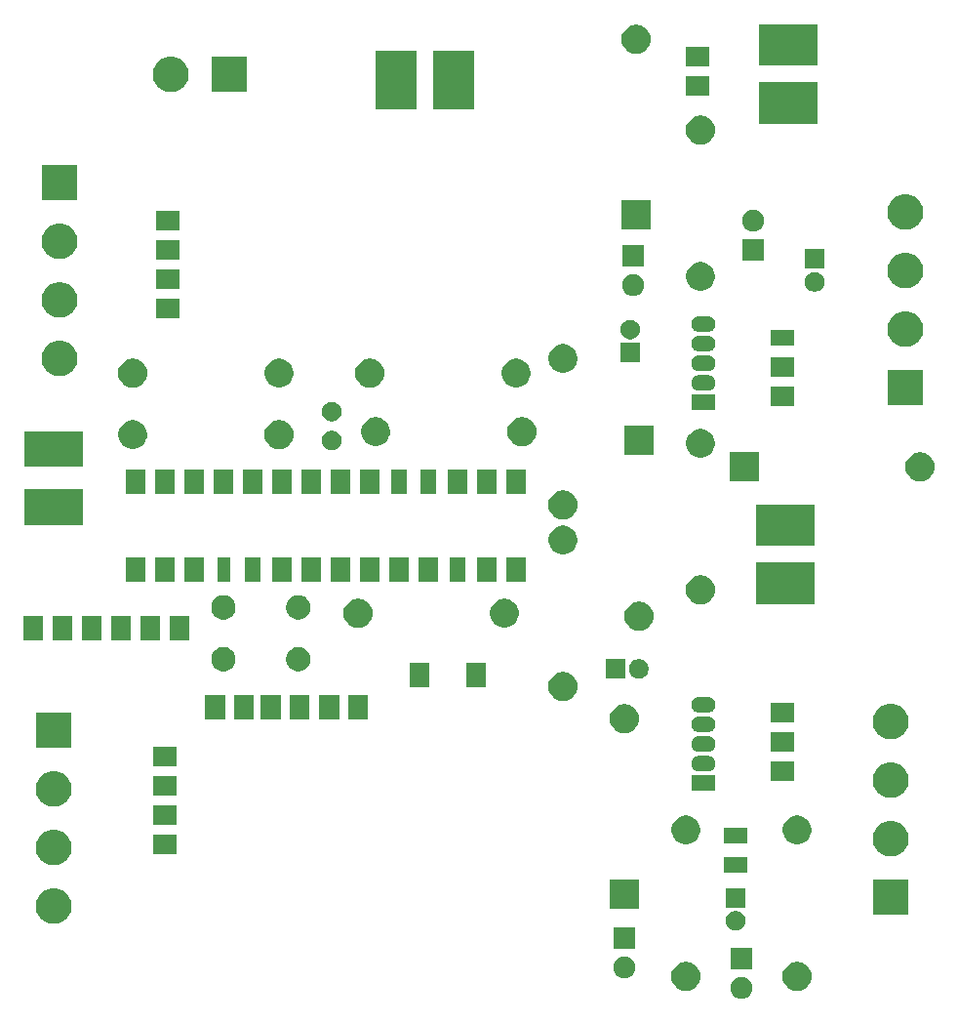
<source format=gbr>
G04 #@! TF.GenerationSoftware,KiCad,Pcbnew,(5.1.2)-2*
G04 #@! TF.CreationDate,2020-01-26T17:06:09+07:00*
G04 #@! TF.ProjectId,power_electronic,706f7765-725f-4656-9c65-6374726f6e69,rev?*
G04 #@! TF.SameCoordinates,Original*
G04 #@! TF.FileFunction,Soldermask,Bot*
G04 #@! TF.FilePolarity,Negative*
%FSLAX46Y46*%
G04 Gerber Fmt 4.6, Leading zero omitted, Abs format (unit mm)*
G04 Created by KiCad (PCBNEW (5.1.2)-2) date 2020-01-26 17:06:09*
%MOMM*%
%LPD*%
G04 APERTURE LIST*
%ADD10C,0.100000*%
G04 APERTURE END LIST*
D10*
G36*
X152677395Y-132435546D02*
G01*
X152850466Y-132507234D01*
X152850467Y-132507235D01*
X153006227Y-132611310D01*
X153138690Y-132743773D01*
X153138691Y-132743775D01*
X153242766Y-132899534D01*
X153314454Y-133072605D01*
X153351000Y-133256333D01*
X153351000Y-133443667D01*
X153314454Y-133627395D01*
X153242766Y-133800466D01*
X153242765Y-133800467D01*
X153138690Y-133956227D01*
X153006227Y-134088690D01*
X152927818Y-134141081D01*
X152850466Y-134192766D01*
X152677395Y-134264454D01*
X152493667Y-134301000D01*
X152306333Y-134301000D01*
X152122605Y-134264454D01*
X151949534Y-134192766D01*
X151872182Y-134141081D01*
X151793773Y-134088690D01*
X151661310Y-133956227D01*
X151557235Y-133800467D01*
X151557234Y-133800466D01*
X151485546Y-133627395D01*
X151449000Y-133443667D01*
X151449000Y-133256333D01*
X151485546Y-133072605D01*
X151557234Y-132899534D01*
X151661309Y-132743775D01*
X151661310Y-132743773D01*
X151793773Y-132611310D01*
X151949533Y-132507235D01*
X151949534Y-132507234D01*
X152122605Y-132435546D01*
X152306333Y-132399000D01*
X152493667Y-132399000D01*
X152677395Y-132435546D01*
X152677395Y-132435546D01*
G37*
G36*
X157471239Y-131101101D02*
G01*
X157707053Y-131172634D01*
X157924381Y-131288799D01*
X158114871Y-131445129D01*
X158271201Y-131635619D01*
X158387366Y-131852947D01*
X158458899Y-132088761D01*
X158483053Y-132334000D01*
X158458899Y-132579239D01*
X158387366Y-132815053D01*
X158271201Y-133032381D01*
X158114871Y-133222871D01*
X157924381Y-133379201D01*
X157707053Y-133495366D01*
X157471239Y-133566899D01*
X157287457Y-133585000D01*
X157164543Y-133585000D01*
X156980761Y-133566899D01*
X156744947Y-133495366D01*
X156527619Y-133379201D01*
X156337129Y-133222871D01*
X156180799Y-133032381D01*
X156064634Y-132815053D01*
X155993101Y-132579239D01*
X155968947Y-132334000D01*
X155993101Y-132088761D01*
X156064634Y-131852947D01*
X156180799Y-131635619D01*
X156337129Y-131445129D01*
X156527619Y-131288799D01*
X156744947Y-131172634D01*
X156980761Y-131101101D01*
X157164543Y-131083000D01*
X157287457Y-131083000D01*
X157471239Y-131101101D01*
X157471239Y-131101101D01*
G37*
G36*
X147819239Y-131101101D02*
G01*
X148055053Y-131172634D01*
X148272381Y-131288799D01*
X148462871Y-131445129D01*
X148619201Y-131635619D01*
X148735366Y-131852947D01*
X148806899Y-132088761D01*
X148831053Y-132334000D01*
X148806899Y-132579239D01*
X148735366Y-132815053D01*
X148619201Y-133032381D01*
X148462871Y-133222871D01*
X148272381Y-133379201D01*
X148055053Y-133495366D01*
X147819239Y-133566899D01*
X147635457Y-133585000D01*
X147512543Y-133585000D01*
X147328761Y-133566899D01*
X147092947Y-133495366D01*
X146875619Y-133379201D01*
X146685129Y-133222871D01*
X146528799Y-133032381D01*
X146412634Y-132815053D01*
X146341101Y-132579239D01*
X146316947Y-132334000D01*
X146341101Y-132088761D01*
X146412634Y-131852947D01*
X146528799Y-131635619D01*
X146685129Y-131445129D01*
X146875619Y-131288799D01*
X147092947Y-131172634D01*
X147328761Y-131101101D01*
X147512543Y-131083000D01*
X147635457Y-131083000D01*
X147819239Y-131101101D01*
X147819239Y-131101101D01*
G37*
G36*
X142517395Y-130657546D02*
G01*
X142690466Y-130729234D01*
X142690467Y-130729235D01*
X142846227Y-130833310D01*
X142978690Y-130965773D01*
X142978691Y-130965775D01*
X143082766Y-131121534D01*
X143154454Y-131294605D01*
X143191000Y-131478333D01*
X143191000Y-131665667D01*
X143154454Y-131849395D01*
X143082766Y-132022466D01*
X143082765Y-132022467D01*
X142978690Y-132178227D01*
X142846227Y-132310690D01*
X142811341Y-132334000D01*
X142690466Y-132414766D01*
X142517395Y-132486454D01*
X142333667Y-132523000D01*
X142146333Y-132523000D01*
X141962605Y-132486454D01*
X141789534Y-132414766D01*
X141668659Y-132334000D01*
X141633773Y-132310690D01*
X141501310Y-132178227D01*
X141397235Y-132022467D01*
X141397234Y-132022466D01*
X141325546Y-131849395D01*
X141289000Y-131665667D01*
X141289000Y-131478333D01*
X141325546Y-131294605D01*
X141397234Y-131121534D01*
X141501309Y-130965775D01*
X141501310Y-130965773D01*
X141633773Y-130833310D01*
X141789533Y-130729235D01*
X141789534Y-130729234D01*
X141962605Y-130657546D01*
X142146333Y-130621000D01*
X142333667Y-130621000D01*
X142517395Y-130657546D01*
X142517395Y-130657546D01*
G37*
G36*
X153351000Y-131761000D02*
G01*
X151449000Y-131761000D01*
X151449000Y-129859000D01*
X153351000Y-129859000D01*
X153351000Y-131761000D01*
X153351000Y-131761000D01*
G37*
G36*
X143191000Y-129983000D02*
G01*
X141289000Y-129983000D01*
X141289000Y-128081000D01*
X143191000Y-128081000D01*
X143191000Y-129983000D01*
X143191000Y-129983000D01*
G37*
G36*
X152140228Y-126689703D02*
G01*
X152295100Y-126753853D01*
X152434481Y-126846985D01*
X152553015Y-126965519D01*
X152646147Y-127104900D01*
X152710297Y-127259772D01*
X152743000Y-127424184D01*
X152743000Y-127591816D01*
X152710297Y-127756228D01*
X152646147Y-127911100D01*
X152553015Y-128050481D01*
X152434481Y-128169015D01*
X152295100Y-128262147D01*
X152140228Y-128326297D01*
X151975816Y-128359000D01*
X151808184Y-128359000D01*
X151643772Y-128326297D01*
X151488900Y-128262147D01*
X151349519Y-128169015D01*
X151230985Y-128050481D01*
X151137853Y-127911100D01*
X151073703Y-127756228D01*
X151041000Y-127591816D01*
X151041000Y-127424184D01*
X151073703Y-127259772D01*
X151137853Y-127104900D01*
X151230985Y-126965519D01*
X151349519Y-126846985D01*
X151488900Y-126753853D01*
X151643772Y-126689703D01*
X151808184Y-126657000D01*
X151975816Y-126657000D01*
X152140228Y-126689703D01*
X152140228Y-126689703D01*
G37*
G36*
X93012585Y-124716802D02*
G01*
X93162410Y-124746604D01*
X93444674Y-124863521D01*
X93698705Y-125033259D01*
X93914741Y-125249295D01*
X94084479Y-125503326D01*
X94201396Y-125785590D01*
X94201396Y-125785591D01*
X94261000Y-126085239D01*
X94261000Y-126390761D01*
X94231198Y-126540585D01*
X94201396Y-126690410D01*
X94084479Y-126972674D01*
X93914741Y-127226705D01*
X93698705Y-127442741D01*
X93444674Y-127612479D01*
X93162410Y-127729396D01*
X93027516Y-127756228D01*
X92862761Y-127789000D01*
X92557239Y-127789000D01*
X92392484Y-127756228D01*
X92257590Y-127729396D01*
X91975326Y-127612479D01*
X91721295Y-127442741D01*
X91505259Y-127226705D01*
X91335521Y-126972674D01*
X91218604Y-126690410D01*
X91188802Y-126540585D01*
X91159000Y-126390761D01*
X91159000Y-126085239D01*
X91218604Y-125785591D01*
X91218604Y-125785590D01*
X91335521Y-125503326D01*
X91505259Y-125249295D01*
X91721295Y-125033259D01*
X91975326Y-124863521D01*
X92257590Y-124746604D01*
X92407415Y-124716802D01*
X92557239Y-124687000D01*
X92862761Y-124687000D01*
X93012585Y-124716802D01*
X93012585Y-124716802D01*
G37*
G36*
X166905000Y-127027000D02*
G01*
X163803000Y-127027000D01*
X163803000Y-123925000D01*
X166905000Y-123925000D01*
X166905000Y-127027000D01*
X166905000Y-127027000D01*
G37*
G36*
X143491000Y-126473000D02*
G01*
X140989000Y-126473000D01*
X140989000Y-123971000D01*
X143491000Y-123971000D01*
X143491000Y-126473000D01*
X143491000Y-126473000D01*
G37*
G36*
X152743000Y-126359000D02*
G01*
X151041000Y-126359000D01*
X151041000Y-124657000D01*
X152743000Y-124657000D01*
X152743000Y-126359000D01*
X152743000Y-126359000D01*
G37*
G36*
X152943000Y-123383000D02*
G01*
X150841000Y-123383000D01*
X150841000Y-121981000D01*
X152943000Y-121981000D01*
X152943000Y-123383000D01*
X152943000Y-123383000D01*
G37*
G36*
X93012585Y-119636802D02*
G01*
X93162410Y-119666604D01*
X93444674Y-119783521D01*
X93698705Y-119953259D01*
X93914741Y-120169295D01*
X94084479Y-120423326D01*
X94201396Y-120705590D01*
X94229804Y-120848409D01*
X94261000Y-121005239D01*
X94261000Y-121310761D01*
X94231198Y-121460585D01*
X94201396Y-121610410D01*
X94084479Y-121892674D01*
X93914741Y-122146705D01*
X93698705Y-122362741D01*
X93444674Y-122532479D01*
X93162410Y-122649396D01*
X93012585Y-122679198D01*
X92862761Y-122709000D01*
X92557239Y-122709000D01*
X92407415Y-122679198D01*
X92257590Y-122649396D01*
X91975326Y-122532479D01*
X91721295Y-122362741D01*
X91505259Y-122146705D01*
X91335521Y-121892674D01*
X91218604Y-121610410D01*
X91188802Y-121460585D01*
X91159000Y-121310761D01*
X91159000Y-121005239D01*
X91190196Y-120848409D01*
X91218604Y-120705590D01*
X91335521Y-120423326D01*
X91505259Y-120169295D01*
X91721295Y-119953259D01*
X91975326Y-119783521D01*
X92257590Y-119666604D01*
X92407415Y-119636802D01*
X92557239Y-119607000D01*
X92862761Y-119607000D01*
X93012585Y-119636802D01*
X93012585Y-119636802D01*
G37*
G36*
X165656585Y-118874802D02*
G01*
X165806410Y-118904604D01*
X166088674Y-119021521D01*
X166342705Y-119191259D01*
X166558741Y-119407295D01*
X166728479Y-119661326D01*
X166845396Y-119943590D01*
X166845396Y-119943591D01*
X166901685Y-120226571D01*
X166905000Y-120243240D01*
X166905000Y-120548760D01*
X166845396Y-120848410D01*
X166728479Y-121130674D01*
X166558741Y-121384705D01*
X166342705Y-121600741D01*
X166088674Y-121770479D01*
X165806410Y-121887396D01*
X165656585Y-121917198D01*
X165506761Y-121947000D01*
X165201239Y-121947000D01*
X165051415Y-121917198D01*
X164901590Y-121887396D01*
X164619326Y-121770479D01*
X164365295Y-121600741D01*
X164149259Y-121384705D01*
X163979521Y-121130674D01*
X163862604Y-120848410D01*
X163803000Y-120548760D01*
X163803000Y-120243240D01*
X163806316Y-120226571D01*
X163862604Y-119943591D01*
X163862604Y-119943590D01*
X163979521Y-119661326D01*
X164149259Y-119407295D01*
X164365295Y-119191259D01*
X164619326Y-119021521D01*
X164901590Y-118904604D01*
X165051415Y-118874802D01*
X165201239Y-118845000D01*
X165506761Y-118845000D01*
X165656585Y-118874802D01*
X165656585Y-118874802D01*
G37*
G36*
X103413000Y-121755000D02*
G01*
X101311000Y-121755000D01*
X101311000Y-120053000D01*
X103413000Y-120053000D01*
X103413000Y-121755000D01*
X103413000Y-121755000D01*
G37*
G36*
X147938903Y-118431075D02*
G01*
X148166571Y-118525378D01*
X148371466Y-118662285D01*
X148545715Y-118836534D01*
X148591198Y-118904604D01*
X148682623Y-119041431D01*
X148776925Y-119269097D01*
X148825000Y-119510786D01*
X148825000Y-119757214D01*
X148776925Y-119998903D01*
X148706347Y-120169295D01*
X148682622Y-120226571D01*
X148545715Y-120431466D01*
X148371466Y-120605715D01*
X148166571Y-120742622D01*
X148166570Y-120742623D01*
X148166569Y-120742623D01*
X147938903Y-120836925D01*
X147697214Y-120885000D01*
X147450786Y-120885000D01*
X147209097Y-120836925D01*
X146981431Y-120742623D01*
X146981430Y-120742623D01*
X146981429Y-120742622D01*
X146776534Y-120605715D01*
X146602285Y-120431466D01*
X146465378Y-120226571D01*
X146441654Y-120169295D01*
X146371075Y-119998903D01*
X146323000Y-119757214D01*
X146323000Y-119510786D01*
X146371075Y-119269097D01*
X146465377Y-119041431D01*
X146556802Y-118904604D01*
X146602285Y-118836534D01*
X146776534Y-118662285D01*
X146981429Y-118525378D01*
X147209097Y-118431075D01*
X147450786Y-118383000D01*
X147697214Y-118383000D01*
X147938903Y-118431075D01*
X147938903Y-118431075D01*
G37*
G36*
X157590903Y-118431075D02*
G01*
X157818571Y-118525378D01*
X158023466Y-118662285D01*
X158197715Y-118836534D01*
X158243198Y-118904604D01*
X158334623Y-119041431D01*
X158428925Y-119269097D01*
X158477000Y-119510786D01*
X158477000Y-119757214D01*
X158428925Y-119998903D01*
X158358347Y-120169295D01*
X158334622Y-120226571D01*
X158197715Y-120431466D01*
X158023466Y-120605715D01*
X157818571Y-120742622D01*
X157818570Y-120742623D01*
X157818569Y-120742623D01*
X157590903Y-120836925D01*
X157349214Y-120885000D01*
X157102786Y-120885000D01*
X156861097Y-120836925D01*
X156633431Y-120742623D01*
X156633430Y-120742623D01*
X156633429Y-120742622D01*
X156428534Y-120605715D01*
X156254285Y-120431466D01*
X156117378Y-120226571D01*
X156093654Y-120169295D01*
X156023075Y-119998903D01*
X155975000Y-119757214D01*
X155975000Y-119510786D01*
X156023075Y-119269097D01*
X156117377Y-119041431D01*
X156208802Y-118904604D01*
X156254285Y-118836534D01*
X156428534Y-118662285D01*
X156633429Y-118525378D01*
X156861097Y-118431075D01*
X157102786Y-118383000D01*
X157349214Y-118383000D01*
X157590903Y-118431075D01*
X157590903Y-118431075D01*
G37*
G36*
X152943000Y-120843000D02*
G01*
X150841000Y-120843000D01*
X150841000Y-119441000D01*
X152943000Y-119441000D01*
X152943000Y-120843000D01*
X152943000Y-120843000D01*
G37*
G36*
X103413000Y-119215000D02*
G01*
X101311000Y-119215000D01*
X101311000Y-117513000D01*
X103413000Y-117513000D01*
X103413000Y-119215000D01*
X103413000Y-119215000D01*
G37*
G36*
X92971039Y-114548538D02*
G01*
X93162410Y-114586604D01*
X93444674Y-114703521D01*
X93698705Y-114873259D01*
X93914741Y-115089295D01*
X94084479Y-115343326D01*
X94201396Y-115625590D01*
X94201396Y-115625591D01*
X94261000Y-115925239D01*
X94261000Y-116230761D01*
X94231198Y-116380585D01*
X94201396Y-116530410D01*
X94084479Y-116812674D01*
X93914741Y-117066705D01*
X93698705Y-117282741D01*
X93444674Y-117452479D01*
X93162410Y-117569396D01*
X93012585Y-117599198D01*
X92862761Y-117629000D01*
X92557239Y-117629000D01*
X92407415Y-117599198D01*
X92257590Y-117569396D01*
X91975326Y-117452479D01*
X91721295Y-117282741D01*
X91505259Y-117066705D01*
X91335521Y-116812674D01*
X91218604Y-116530410D01*
X91188802Y-116380585D01*
X91159000Y-116230761D01*
X91159000Y-115925239D01*
X91218604Y-115625591D01*
X91218604Y-115625590D01*
X91335521Y-115343326D01*
X91505259Y-115089295D01*
X91721295Y-114873259D01*
X91975326Y-114703521D01*
X92257590Y-114586604D01*
X92448961Y-114548538D01*
X92557239Y-114527000D01*
X92862761Y-114527000D01*
X92971039Y-114548538D01*
X92971039Y-114548538D01*
G37*
G36*
X165656585Y-113794802D02*
G01*
X165806410Y-113824604D01*
X166088674Y-113941521D01*
X166342705Y-114111259D01*
X166558741Y-114327295D01*
X166728479Y-114581326D01*
X166845396Y-114863590D01*
X166867159Y-114973000D01*
X166890292Y-115089295D01*
X166905000Y-115163240D01*
X166905000Y-115468760D01*
X166845396Y-115768410D01*
X166728479Y-116050674D01*
X166558741Y-116304705D01*
X166342705Y-116520741D01*
X166088674Y-116690479D01*
X165806410Y-116807396D01*
X165656585Y-116837198D01*
X165506761Y-116867000D01*
X165201239Y-116867000D01*
X165051415Y-116837198D01*
X164901590Y-116807396D01*
X164619326Y-116690479D01*
X164365295Y-116520741D01*
X164149259Y-116304705D01*
X163979521Y-116050674D01*
X163862604Y-115768410D01*
X163803000Y-115468760D01*
X163803000Y-115163240D01*
X163817709Y-115089295D01*
X163840841Y-114973000D01*
X163862604Y-114863590D01*
X163979521Y-114581326D01*
X164149259Y-114327295D01*
X164365295Y-114111259D01*
X164619326Y-113941521D01*
X164901590Y-113824604D01*
X165051415Y-113794802D01*
X165201239Y-113765000D01*
X165506761Y-113765000D01*
X165656585Y-113794802D01*
X165656585Y-113794802D01*
G37*
G36*
X103413000Y-116675000D02*
G01*
X101311000Y-116675000D01*
X101311000Y-114973000D01*
X103413000Y-114973000D01*
X103413000Y-116675000D01*
X103413000Y-116675000D01*
G37*
G36*
X150149000Y-116258500D02*
G01*
X148047000Y-116258500D01*
X148047000Y-114881500D01*
X150149000Y-114881500D01*
X150149000Y-116258500D01*
X150149000Y-116258500D01*
G37*
G36*
X157007000Y-115405000D02*
G01*
X154905000Y-115405000D01*
X154905000Y-113703000D01*
X157007000Y-113703000D01*
X157007000Y-115405000D01*
X157007000Y-115405000D01*
G37*
G36*
X149514551Y-113183492D02*
G01*
X149595470Y-113191462D01*
X149725252Y-113230831D01*
X149774645Y-113257233D01*
X149844860Y-113294763D01*
X149949699Y-113380801D01*
X150035736Y-113485639D01*
X150099669Y-113605248D01*
X150139038Y-113735030D01*
X150152331Y-113870000D01*
X150139038Y-114004970D01*
X150099669Y-114134752D01*
X150099666Y-114134757D01*
X150035737Y-114254360D01*
X149949699Y-114359199D01*
X149844860Y-114445237D01*
X149774645Y-114482767D01*
X149725252Y-114509169D01*
X149595470Y-114548538D01*
X149514551Y-114556508D01*
X149494322Y-114558500D01*
X148701678Y-114558500D01*
X148681449Y-114556508D01*
X148600530Y-114548538D01*
X148470748Y-114509169D01*
X148421355Y-114482767D01*
X148351140Y-114445237D01*
X148246301Y-114359199D01*
X148160263Y-114254360D01*
X148096334Y-114134757D01*
X148096331Y-114134752D01*
X148056962Y-114004970D01*
X148043669Y-113870000D01*
X148056962Y-113735030D01*
X148096331Y-113605248D01*
X148160264Y-113485639D01*
X148246301Y-113380801D01*
X148351140Y-113294763D01*
X148421355Y-113257233D01*
X148470748Y-113230831D01*
X148600530Y-113191462D01*
X148681449Y-113183492D01*
X148701678Y-113181500D01*
X149494322Y-113181500D01*
X149514551Y-113183492D01*
X149514551Y-113183492D01*
G37*
G36*
X103413000Y-114135000D02*
G01*
X101311000Y-114135000D01*
X101311000Y-112433000D01*
X103413000Y-112433000D01*
X103413000Y-114135000D01*
X103413000Y-114135000D01*
G37*
G36*
X157007000Y-112865000D02*
G01*
X154905000Y-112865000D01*
X154905000Y-111163000D01*
X157007000Y-111163000D01*
X157007000Y-112865000D01*
X157007000Y-112865000D01*
G37*
G36*
X149514551Y-111483492D02*
G01*
X149595470Y-111491462D01*
X149725252Y-111530831D01*
X149774645Y-111557233D01*
X149844860Y-111594763D01*
X149949699Y-111680801D01*
X150035737Y-111785640D01*
X150073267Y-111855855D01*
X150099669Y-111905248D01*
X150139038Y-112035030D01*
X150152331Y-112170000D01*
X150139038Y-112304970D01*
X150099669Y-112434752D01*
X150099666Y-112434757D01*
X150035737Y-112554360D01*
X149949699Y-112659199D01*
X149844860Y-112745237D01*
X149774645Y-112782767D01*
X149725252Y-112809169D01*
X149595470Y-112848538D01*
X149514551Y-112856508D01*
X149494322Y-112858500D01*
X148701678Y-112858500D01*
X148681449Y-112856508D01*
X148600530Y-112848538D01*
X148470748Y-112809169D01*
X148421355Y-112782767D01*
X148351140Y-112745237D01*
X148246301Y-112659199D01*
X148160263Y-112554360D01*
X148096334Y-112434757D01*
X148096331Y-112434752D01*
X148056962Y-112304970D01*
X148043669Y-112170000D01*
X148056962Y-112035030D01*
X148096331Y-111905248D01*
X148122733Y-111855855D01*
X148160263Y-111785640D01*
X148246301Y-111680801D01*
X148351140Y-111594763D01*
X148421355Y-111557233D01*
X148470748Y-111530831D01*
X148600530Y-111491462D01*
X148681449Y-111483492D01*
X148701678Y-111481500D01*
X149494322Y-111481500D01*
X149514551Y-111483492D01*
X149514551Y-111483492D01*
G37*
G36*
X94261000Y-112549000D02*
G01*
X91159000Y-112549000D01*
X91159000Y-109447000D01*
X94261000Y-109447000D01*
X94261000Y-112549000D01*
X94261000Y-112549000D01*
G37*
G36*
X165656585Y-108714802D02*
G01*
X165806410Y-108744604D01*
X166088674Y-108861521D01*
X166342705Y-109031259D01*
X166558741Y-109247295D01*
X166728479Y-109501326D01*
X166845396Y-109783590D01*
X166905000Y-110083240D01*
X166905000Y-110388760D01*
X166845396Y-110688410D01*
X166728479Y-110970674D01*
X166558741Y-111224705D01*
X166342705Y-111440741D01*
X166088674Y-111610479D01*
X165806410Y-111727396D01*
X165656585Y-111757198D01*
X165506761Y-111787000D01*
X165201239Y-111787000D01*
X165051415Y-111757198D01*
X164901590Y-111727396D01*
X164619326Y-111610479D01*
X164365295Y-111440741D01*
X164149259Y-111224705D01*
X163979521Y-110970674D01*
X163862604Y-110688410D01*
X163803000Y-110388760D01*
X163803000Y-110083240D01*
X163862604Y-109783590D01*
X163979521Y-109501326D01*
X164149259Y-109247295D01*
X164365295Y-109031259D01*
X164619326Y-108861521D01*
X164901590Y-108744604D01*
X165051415Y-108714802D01*
X165201239Y-108685000D01*
X165506761Y-108685000D01*
X165656585Y-108714802D01*
X165656585Y-108714802D01*
G37*
G36*
X142485239Y-108749101D02*
G01*
X142721053Y-108820634D01*
X142938381Y-108936799D01*
X143128871Y-109093129D01*
X143285201Y-109283619D01*
X143401366Y-109500947D01*
X143472899Y-109736761D01*
X143497053Y-109982000D01*
X143472899Y-110227239D01*
X143401366Y-110463053D01*
X143285201Y-110680381D01*
X143128871Y-110870871D01*
X142938381Y-111027201D01*
X142721053Y-111143366D01*
X142485239Y-111214899D01*
X142301457Y-111233000D01*
X142178543Y-111233000D01*
X141994761Y-111214899D01*
X141758947Y-111143366D01*
X141541619Y-111027201D01*
X141351129Y-110870871D01*
X141194799Y-110680381D01*
X141078634Y-110463053D01*
X141007101Y-110227239D01*
X140982947Y-109982000D01*
X141007101Y-109736761D01*
X141078634Y-109500947D01*
X141194799Y-109283619D01*
X141351129Y-109093129D01*
X141541619Y-108936799D01*
X141758947Y-108820634D01*
X141994761Y-108749101D01*
X142178543Y-108731000D01*
X142301457Y-108731000D01*
X142485239Y-108749101D01*
X142485239Y-108749101D01*
G37*
G36*
X149514551Y-109783492D02*
G01*
X149595470Y-109791462D01*
X149725252Y-109830831D01*
X149774645Y-109857233D01*
X149844860Y-109894763D01*
X149949699Y-109980801D01*
X150033767Y-110083240D01*
X150035736Y-110085639D01*
X150099669Y-110205248D01*
X150139038Y-110335030D01*
X150152331Y-110470000D01*
X150139038Y-110604970D01*
X150099669Y-110734752D01*
X150099666Y-110734757D01*
X150035737Y-110854360D01*
X149949699Y-110959199D01*
X149844860Y-111045237D01*
X149774645Y-111082767D01*
X149725252Y-111109169D01*
X149595470Y-111148538D01*
X149514551Y-111156508D01*
X149494322Y-111158500D01*
X148701678Y-111158500D01*
X148681449Y-111156508D01*
X148600530Y-111148538D01*
X148470748Y-111109169D01*
X148421355Y-111082767D01*
X148351140Y-111045237D01*
X148246301Y-110959199D01*
X148160263Y-110854360D01*
X148096334Y-110734757D01*
X148096331Y-110734752D01*
X148056962Y-110604970D01*
X148043669Y-110470000D01*
X148056962Y-110335030D01*
X148096331Y-110205248D01*
X148160264Y-110085639D01*
X148162233Y-110083240D01*
X148246301Y-109980801D01*
X148351140Y-109894763D01*
X148421355Y-109857233D01*
X148470748Y-109830831D01*
X148600530Y-109791462D01*
X148681449Y-109783492D01*
X148701678Y-109781500D01*
X149494322Y-109781500D01*
X149514551Y-109783492D01*
X149514551Y-109783492D01*
G37*
G36*
X157007000Y-110325000D02*
G01*
X154905000Y-110325000D01*
X154905000Y-108623000D01*
X157007000Y-108623000D01*
X157007000Y-110325000D01*
X157007000Y-110325000D01*
G37*
G36*
X107571000Y-110017000D02*
G01*
X105869000Y-110017000D01*
X105869000Y-107915000D01*
X107571000Y-107915000D01*
X107571000Y-110017000D01*
X107571000Y-110017000D01*
G37*
G36*
X110071000Y-110017000D02*
G01*
X108369000Y-110017000D01*
X108369000Y-107915000D01*
X110071000Y-107915000D01*
X110071000Y-110017000D01*
X110071000Y-110017000D01*
G37*
G36*
X112397000Y-110017000D02*
G01*
X110695000Y-110017000D01*
X110695000Y-107915000D01*
X112397000Y-107915000D01*
X112397000Y-110017000D01*
X112397000Y-110017000D01*
G37*
G36*
X117477000Y-110017000D02*
G01*
X115775000Y-110017000D01*
X115775000Y-107915000D01*
X117477000Y-107915000D01*
X117477000Y-110017000D01*
X117477000Y-110017000D01*
G37*
G36*
X114897000Y-110017000D02*
G01*
X113195000Y-110017000D01*
X113195000Y-107915000D01*
X114897000Y-107915000D01*
X114897000Y-110017000D01*
X114897000Y-110017000D01*
G37*
G36*
X119977000Y-110017000D02*
G01*
X118275000Y-110017000D01*
X118275000Y-107915000D01*
X119977000Y-107915000D01*
X119977000Y-110017000D01*
X119977000Y-110017000D01*
G37*
G36*
X149514551Y-108083492D02*
G01*
X149595470Y-108091462D01*
X149725252Y-108130831D01*
X149774645Y-108157233D01*
X149844860Y-108194763D01*
X149949699Y-108280801D01*
X150035736Y-108385639D01*
X150099669Y-108505248D01*
X150139038Y-108635030D01*
X150152331Y-108770000D01*
X150139038Y-108904970D01*
X150099669Y-109034752D01*
X150099666Y-109034757D01*
X150035737Y-109154360D01*
X149949699Y-109259199D01*
X149844860Y-109345237D01*
X149774645Y-109382767D01*
X149725252Y-109409169D01*
X149595470Y-109448538D01*
X149514551Y-109456508D01*
X149494322Y-109458500D01*
X148701678Y-109458500D01*
X148681449Y-109456508D01*
X148600530Y-109448538D01*
X148470748Y-109409169D01*
X148421355Y-109382767D01*
X148351140Y-109345237D01*
X148246301Y-109259199D01*
X148160263Y-109154360D01*
X148096334Y-109034757D01*
X148096331Y-109034752D01*
X148056962Y-108904970D01*
X148043669Y-108770000D01*
X148056962Y-108635030D01*
X148096331Y-108505248D01*
X148160264Y-108385639D01*
X148246301Y-108280801D01*
X148351140Y-108194763D01*
X148421355Y-108157233D01*
X148470748Y-108130831D01*
X148600530Y-108091462D01*
X148681449Y-108083492D01*
X148701678Y-108081500D01*
X149494322Y-108081500D01*
X149514551Y-108083492D01*
X149514551Y-108083492D01*
G37*
G36*
X137151239Y-105955101D02*
G01*
X137387053Y-106026634D01*
X137604381Y-106142799D01*
X137794871Y-106299129D01*
X137951201Y-106489619D01*
X138067366Y-106706947D01*
X138138899Y-106942761D01*
X138163053Y-107188000D01*
X138138899Y-107433239D01*
X138067366Y-107669053D01*
X137951201Y-107886381D01*
X137794871Y-108076871D01*
X137604381Y-108233201D01*
X137387053Y-108349366D01*
X137151239Y-108420899D01*
X136967457Y-108439000D01*
X136844543Y-108439000D01*
X136660761Y-108420899D01*
X136424947Y-108349366D01*
X136207619Y-108233201D01*
X136017129Y-108076871D01*
X135860799Y-107886381D01*
X135744634Y-107669053D01*
X135673101Y-107433239D01*
X135648947Y-107188000D01*
X135673101Y-106942761D01*
X135744634Y-106706947D01*
X135860799Y-106489619D01*
X136017129Y-106299129D01*
X136207619Y-106142799D01*
X136424947Y-106026634D01*
X136660761Y-105955101D01*
X136844543Y-105937000D01*
X136967457Y-105937000D01*
X137151239Y-105955101D01*
X137151239Y-105955101D01*
G37*
G36*
X130191000Y-107223000D02*
G01*
X128489000Y-107223000D01*
X128489000Y-105121000D01*
X130191000Y-105121000D01*
X130191000Y-107223000D01*
X130191000Y-107223000D01*
G37*
G36*
X125311000Y-107223000D02*
G01*
X123609000Y-107223000D01*
X123609000Y-105121000D01*
X125311000Y-105121000D01*
X125311000Y-107223000D01*
X125311000Y-107223000D01*
G37*
G36*
X143726228Y-104845703D02*
G01*
X143881100Y-104909853D01*
X144020481Y-105002985D01*
X144139015Y-105121519D01*
X144232147Y-105260900D01*
X144296297Y-105415772D01*
X144329000Y-105580184D01*
X144329000Y-105747816D01*
X144296297Y-105912228D01*
X144232147Y-106067100D01*
X144139015Y-106206481D01*
X144020481Y-106325015D01*
X143881100Y-106418147D01*
X143726228Y-106482297D01*
X143561816Y-106515000D01*
X143394184Y-106515000D01*
X143229772Y-106482297D01*
X143074900Y-106418147D01*
X142935519Y-106325015D01*
X142816985Y-106206481D01*
X142723853Y-106067100D01*
X142659703Y-105912228D01*
X142627000Y-105747816D01*
X142627000Y-105580184D01*
X142659703Y-105415772D01*
X142723853Y-105260900D01*
X142816985Y-105121519D01*
X142935519Y-105002985D01*
X143074900Y-104909853D01*
X143229772Y-104845703D01*
X143394184Y-104813000D01*
X143561816Y-104813000D01*
X143726228Y-104845703D01*
X143726228Y-104845703D01*
G37*
G36*
X142329000Y-106515000D02*
G01*
X140627000Y-106515000D01*
X140627000Y-104813000D01*
X142329000Y-104813000D01*
X142329000Y-106515000D01*
X142329000Y-106515000D01*
G37*
G36*
X107748564Y-103819389D02*
G01*
X107939833Y-103898615D01*
X107939835Y-103898616D01*
X108111973Y-104013635D01*
X108258365Y-104160027D01*
X108373385Y-104332167D01*
X108452611Y-104523436D01*
X108493000Y-104726484D01*
X108493000Y-104933516D01*
X108452611Y-105136564D01*
X108401109Y-105260900D01*
X108373384Y-105327835D01*
X108258365Y-105499973D01*
X108111973Y-105646365D01*
X107939835Y-105761384D01*
X107939834Y-105761385D01*
X107939833Y-105761385D01*
X107748564Y-105840611D01*
X107545516Y-105881000D01*
X107338484Y-105881000D01*
X107135436Y-105840611D01*
X106944167Y-105761385D01*
X106944166Y-105761385D01*
X106944165Y-105761384D01*
X106772027Y-105646365D01*
X106625635Y-105499973D01*
X106510616Y-105327835D01*
X106482891Y-105260900D01*
X106431389Y-105136564D01*
X106391000Y-104933516D01*
X106391000Y-104726484D01*
X106431389Y-104523436D01*
X106510615Y-104332167D01*
X106625635Y-104160027D01*
X106772027Y-104013635D01*
X106944165Y-103898616D01*
X106944167Y-103898615D01*
X107135436Y-103819389D01*
X107338484Y-103779000D01*
X107545516Y-103779000D01*
X107748564Y-103819389D01*
X107748564Y-103819389D01*
G37*
G36*
X114248564Y-103819389D02*
G01*
X114439833Y-103898615D01*
X114439835Y-103898616D01*
X114611973Y-104013635D01*
X114758365Y-104160027D01*
X114873385Y-104332167D01*
X114952611Y-104523436D01*
X114993000Y-104726484D01*
X114993000Y-104933516D01*
X114952611Y-105136564D01*
X114901109Y-105260900D01*
X114873384Y-105327835D01*
X114758365Y-105499973D01*
X114611973Y-105646365D01*
X114439835Y-105761384D01*
X114439834Y-105761385D01*
X114439833Y-105761385D01*
X114248564Y-105840611D01*
X114045516Y-105881000D01*
X113838484Y-105881000D01*
X113635436Y-105840611D01*
X113444167Y-105761385D01*
X113444166Y-105761385D01*
X113444165Y-105761384D01*
X113272027Y-105646365D01*
X113125635Y-105499973D01*
X113010616Y-105327835D01*
X112982891Y-105260900D01*
X112931389Y-105136564D01*
X112891000Y-104933516D01*
X112891000Y-104726484D01*
X112931389Y-104523436D01*
X113010615Y-104332167D01*
X113125635Y-104160027D01*
X113272027Y-104013635D01*
X113444165Y-103898616D01*
X113444167Y-103898615D01*
X113635436Y-103819389D01*
X113838484Y-103779000D01*
X114045516Y-103779000D01*
X114248564Y-103819389D01*
X114248564Y-103819389D01*
G37*
G36*
X94323000Y-103159000D02*
G01*
X92621000Y-103159000D01*
X92621000Y-101057000D01*
X94323000Y-101057000D01*
X94323000Y-103159000D01*
X94323000Y-103159000D01*
G37*
G36*
X99403000Y-103159000D02*
G01*
X97701000Y-103159000D01*
X97701000Y-101057000D01*
X99403000Y-101057000D01*
X99403000Y-103159000D01*
X99403000Y-103159000D01*
G37*
G36*
X96863000Y-103159000D02*
G01*
X95161000Y-103159000D01*
X95161000Y-101057000D01*
X96863000Y-101057000D01*
X96863000Y-103159000D01*
X96863000Y-103159000D01*
G37*
G36*
X91783000Y-103159000D02*
G01*
X90081000Y-103159000D01*
X90081000Y-101057000D01*
X91783000Y-101057000D01*
X91783000Y-103159000D01*
X91783000Y-103159000D01*
G37*
G36*
X104483000Y-103159000D02*
G01*
X102781000Y-103159000D01*
X102781000Y-101057000D01*
X104483000Y-101057000D01*
X104483000Y-103159000D01*
X104483000Y-103159000D01*
G37*
G36*
X101943000Y-103159000D02*
G01*
X100241000Y-103159000D01*
X100241000Y-101057000D01*
X101943000Y-101057000D01*
X101943000Y-103159000D01*
X101943000Y-103159000D01*
G37*
G36*
X143755239Y-99859101D02*
G01*
X143991053Y-99930634D01*
X144208381Y-100046799D01*
X144398871Y-100203129D01*
X144555201Y-100393619D01*
X144671366Y-100610947D01*
X144742899Y-100846761D01*
X144767053Y-101092000D01*
X144742899Y-101337239D01*
X144671366Y-101573053D01*
X144555201Y-101790381D01*
X144398871Y-101980871D01*
X144208381Y-102137201D01*
X143991053Y-102253366D01*
X143755239Y-102324899D01*
X143571457Y-102343000D01*
X143448543Y-102343000D01*
X143264761Y-102324899D01*
X143028947Y-102253366D01*
X142811619Y-102137201D01*
X142621129Y-101980871D01*
X142464799Y-101790381D01*
X142348634Y-101573053D01*
X142277101Y-101337239D01*
X142252947Y-101092000D01*
X142277101Y-100846761D01*
X142348634Y-100610947D01*
X142464799Y-100393619D01*
X142621129Y-100203129D01*
X142811619Y-100046799D01*
X143028947Y-99930634D01*
X143264761Y-99859101D01*
X143448543Y-99841000D01*
X143571457Y-99841000D01*
X143755239Y-99859101D01*
X143755239Y-99859101D01*
G37*
G36*
X132190903Y-99635075D02*
G01*
X132291236Y-99676634D01*
X132418571Y-99729378D01*
X132623466Y-99866285D01*
X132797715Y-100040534D01*
X132934622Y-100245429D01*
X132934623Y-100245431D01*
X133028925Y-100473097D01*
X133056345Y-100610944D01*
X133077000Y-100714787D01*
X133077000Y-100961213D01*
X133028925Y-101202903D01*
X132934622Y-101430571D01*
X132797715Y-101635466D01*
X132623466Y-101809715D01*
X132418571Y-101946622D01*
X132418570Y-101946623D01*
X132418569Y-101946623D01*
X132190903Y-102040925D01*
X131949214Y-102089000D01*
X131702786Y-102089000D01*
X131461097Y-102040925D01*
X131233431Y-101946623D01*
X131233430Y-101946623D01*
X131233429Y-101946622D01*
X131028534Y-101809715D01*
X130854285Y-101635466D01*
X130717378Y-101430571D01*
X130623075Y-101202903D01*
X130575000Y-100961213D01*
X130575000Y-100714787D01*
X130595656Y-100610944D01*
X130623075Y-100473097D01*
X130717377Y-100245431D01*
X130717378Y-100245429D01*
X130854285Y-100040534D01*
X131028534Y-99866285D01*
X131233429Y-99729378D01*
X131360765Y-99676634D01*
X131461097Y-99635075D01*
X131702786Y-99587000D01*
X131949214Y-99587000D01*
X132190903Y-99635075D01*
X132190903Y-99635075D01*
G37*
G36*
X119371239Y-99605101D02*
G01*
X119607053Y-99676634D01*
X119824381Y-99792799D01*
X120014871Y-99949129D01*
X120171201Y-100139619D01*
X120287366Y-100356947D01*
X120358899Y-100592761D01*
X120383053Y-100838000D01*
X120358899Y-101083239D01*
X120287366Y-101319053D01*
X120171201Y-101536381D01*
X120014871Y-101726871D01*
X119824381Y-101883201D01*
X119607053Y-101999366D01*
X119371239Y-102070899D01*
X119187457Y-102089000D01*
X119064543Y-102089000D01*
X118880761Y-102070899D01*
X118644947Y-101999366D01*
X118427619Y-101883201D01*
X118237129Y-101726871D01*
X118080799Y-101536381D01*
X117964634Y-101319053D01*
X117893101Y-101083239D01*
X117868947Y-100838000D01*
X117893101Y-100592761D01*
X117964634Y-100356947D01*
X118080799Y-100139619D01*
X118237129Y-99949129D01*
X118427619Y-99792799D01*
X118644947Y-99676634D01*
X118880761Y-99605101D01*
X119064543Y-99587000D01*
X119187457Y-99587000D01*
X119371239Y-99605101D01*
X119371239Y-99605101D01*
G37*
G36*
X114248564Y-99319389D02*
G01*
X114439833Y-99398615D01*
X114439835Y-99398616D01*
X114598122Y-99504380D01*
X114611973Y-99513635D01*
X114758365Y-99660027D01*
X114873385Y-99832167D01*
X114952611Y-100023436D01*
X114993000Y-100226484D01*
X114993000Y-100433516D01*
X114952611Y-100636564D01*
X114920210Y-100714786D01*
X114873384Y-100827835D01*
X114758365Y-100999973D01*
X114611973Y-101146365D01*
X114439835Y-101261384D01*
X114439834Y-101261385D01*
X114439833Y-101261385D01*
X114248564Y-101340611D01*
X114045516Y-101381000D01*
X113838484Y-101381000D01*
X113635436Y-101340611D01*
X113444167Y-101261385D01*
X113444166Y-101261385D01*
X113444165Y-101261384D01*
X113272027Y-101146365D01*
X113125635Y-100999973D01*
X113010616Y-100827835D01*
X112963790Y-100714786D01*
X112931389Y-100636564D01*
X112891000Y-100433516D01*
X112891000Y-100226484D01*
X112931389Y-100023436D01*
X113010615Y-99832167D01*
X113125635Y-99660027D01*
X113272027Y-99513635D01*
X113285878Y-99504380D01*
X113444165Y-99398616D01*
X113444167Y-99398615D01*
X113635436Y-99319389D01*
X113838484Y-99279000D01*
X114045516Y-99279000D01*
X114248564Y-99319389D01*
X114248564Y-99319389D01*
G37*
G36*
X107748564Y-99319389D02*
G01*
X107939833Y-99398615D01*
X107939835Y-99398616D01*
X108098122Y-99504380D01*
X108111973Y-99513635D01*
X108258365Y-99660027D01*
X108373385Y-99832167D01*
X108452611Y-100023436D01*
X108493000Y-100226484D01*
X108493000Y-100433516D01*
X108452611Y-100636564D01*
X108420210Y-100714786D01*
X108373384Y-100827835D01*
X108258365Y-100999973D01*
X108111973Y-101146365D01*
X107939835Y-101261384D01*
X107939834Y-101261385D01*
X107939833Y-101261385D01*
X107748564Y-101340611D01*
X107545516Y-101381000D01*
X107338484Y-101381000D01*
X107135436Y-101340611D01*
X106944167Y-101261385D01*
X106944166Y-101261385D01*
X106944165Y-101261384D01*
X106772027Y-101146365D01*
X106625635Y-100999973D01*
X106510616Y-100827835D01*
X106463790Y-100714786D01*
X106431389Y-100636564D01*
X106391000Y-100433516D01*
X106391000Y-100226484D01*
X106431389Y-100023436D01*
X106510615Y-99832167D01*
X106625635Y-99660027D01*
X106772027Y-99513635D01*
X106785878Y-99504380D01*
X106944165Y-99398616D01*
X106944167Y-99398615D01*
X107135436Y-99319389D01*
X107338484Y-99279000D01*
X107545516Y-99279000D01*
X107748564Y-99319389D01*
X107748564Y-99319389D01*
G37*
G36*
X149089239Y-97573101D02*
G01*
X149325053Y-97644634D01*
X149542381Y-97760799D01*
X149732871Y-97917129D01*
X149889201Y-98107619D01*
X150005366Y-98324947D01*
X150076899Y-98560761D01*
X150101053Y-98806000D01*
X150076899Y-99051239D01*
X150005366Y-99287053D01*
X149889201Y-99504381D01*
X149732871Y-99694871D01*
X149542381Y-99851201D01*
X149325053Y-99967366D01*
X149089239Y-100038899D01*
X148905457Y-100057000D01*
X148782543Y-100057000D01*
X148598761Y-100038899D01*
X148362947Y-99967366D01*
X148145619Y-99851201D01*
X147955129Y-99694871D01*
X147798799Y-99504381D01*
X147682634Y-99287053D01*
X147611101Y-99051239D01*
X147586947Y-98806000D01*
X147611101Y-98560761D01*
X147682634Y-98324947D01*
X147798799Y-98107619D01*
X147955129Y-97917129D01*
X148145619Y-97760799D01*
X148362947Y-97644634D01*
X148598761Y-97573101D01*
X148782543Y-97555000D01*
X148905457Y-97555000D01*
X149089239Y-97573101D01*
X149089239Y-97573101D01*
G37*
G36*
X158761000Y-100019000D02*
G01*
X153659000Y-100019000D01*
X153659000Y-96417000D01*
X158761000Y-96417000D01*
X158761000Y-100019000D01*
X158761000Y-100019000D01*
G37*
G36*
X107993000Y-98079000D02*
G01*
X106891000Y-98079000D01*
X106891000Y-95977000D01*
X107993000Y-95977000D01*
X107993000Y-98079000D01*
X107993000Y-98079000D01*
G37*
G36*
X126073000Y-98079000D02*
G01*
X124371000Y-98079000D01*
X124371000Y-95977000D01*
X126073000Y-95977000D01*
X126073000Y-98079000D01*
X126073000Y-98079000D01*
G37*
G36*
X128413000Y-98079000D02*
G01*
X127111000Y-98079000D01*
X127111000Y-95977000D01*
X128413000Y-95977000D01*
X128413000Y-98079000D01*
X128413000Y-98079000D01*
G37*
G36*
X131153000Y-98079000D02*
G01*
X129451000Y-98079000D01*
X129451000Y-95977000D01*
X131153000Y-95977000D01*
X131153000Y-98079000D01*
X131153000Y-98079000D01*
G37*
G36*
X133693000Y-98079000D02*
G01*
X131991000Y-98079000D01*
X131991000Y-95977000D01*
X133693000Y-95977000D01*
X133693000Y-98079000D01*
X133693000Y-98079000D01*
G37*
G36*
X123533000Y-98079000D02*
G01*
X121831000Y-98079000D01*
X121831000Y-95977000D01*
X123533000Y-95977000D01*
X123533000Y-98079000D01*
X123533000Y-98079000D01*
G37*
G36*
X120993000Y-98079000D02*
G01*
X119291000Y-98079000D01*
X119291000Y-95977000D01*
X120993000Y-95977000D01*
X120993000Y-98079000D01*
X120993000Y-98079000D01*
G37*
G36*
X118453000Y-98079000D02*
G01*
X116751000Y-98079000D01*
X116751000Y-95977000D01*
X118453000Y-95977000D01*
X118453000Y-98079000D01*
X118453000Y-98079000D01*
G37*
G36*
X113373000Y-98079000D02*
G01*
X111671000Y-98079000D01*
X111671000Y-95977000D01*
X113373000Y-95977000D01*
X113373000Y-98079000D01*
X113373000Y-98079000D01*
G37*
G36*
X110633000Y-98079000D02*
G01*
X109331000Y-98079000D01*
X109331000Y-95977000D01*
X110633000Y-95977000D01*
X110633000Y-98079000D01*
X110633000Y-98079000D01*
G37*
G36*
X105753000Y-98079000D02*
G01*
X104051000Y-98079000D01*
X104051000Y-95977000D01*
X105753000Y-95977000D01*
X105753000Y-98079000D01*
X105753000Y-98079000D01*
G37*
G36*
X103213000Y-98079000D02*
G01*
X101511000Y-98079000D01*
X101511000Y-95977000D01*
X103213000Y-95977000D01*
X103213000Y-98079000D01*
X103213000Y-98079000D01*
G37*
G36*
X100673000Y-98079000D02*
G01*
X98971000Y-98079000D01*
X98971000Y-95977000D01*
X100673000Y-95977000D01*
X100673000Y-98079000D01*
X100673000Y-98079000D01*
G37*
G36*
X115913000Y-98079000D02*
G01*
X114211000Y-98079000D01*
X114211000Y-95977000D01*
X115913000Y-95977000D01*
X115913000Y-98079000D01*
X115913000Y-98079000D01*
G37*
G36*
X137270903Y-93285075D02*
G01*
X137498571Y-93379378D01*
X137703466Y-93516285D01*
X137877715Y-93690534D01*
X137877716Y-93690536D01*
X138014623Y-93895431D01*
X138108925Y-94123097D01*
X138157000Y-94364786D01*
X138157000Y-94611214D01*
X138108925Y-94852903D01*
X138040126Y-95019000D01*
X138014622Y-95080571D01*
X137877715Y-95285466D01*
X137703466Y-95459715D01*
X137498571Y-95596622D01*
X137498570Y-95596623D01*
X137498569Y-95596623D01*
X137270903Y-95690925D01*
X137029214Y-95739000D01*
X136782786Y-95739000D01*
X136541097Y-95690925D01*
X136313431Y-95596623D01*
X136313430Y-95596623D01*
X136313429Y-95596622D01*
X136108534Y-95459715D01*
X135934285Y-95285466D01*
X135797378Y-95080571D01*
X135771875Y-95019000D01*
X135703075Y-94852903D01*
X135655000Y-94611214D01*
X135655000Y-94364786D01*
X135703075Y-94123097D01*
X135797377Y-93895431D01*
X135934284Y-93690536D01*
X135934285Y-93690534D01*
X136108534Y-93516285D01*
X136313429Y-93379378D01*
X136541097Y-93285075D01*
X136782786Y-93237000D01*
X137029214Y-93237000D01*
X137270903Y-93285075D01*
X137270903Y-93285075D01*
G37*
G36*
X158761000Y-95019000D02*
G01*
X153659000Y-95019000D01*
X153659000Y-91417000D01*
X158761000Y-91417000D01*
X158761000Y-95019000D01*
X158761000Y-95019000D01*
G37*
G36*
X95261000Y-93165000D02*
G01*
X90159000Y-93165000D01*
X90159000Y-90063000D01*
X95261000Y-90063000D01*
X95261000Y-93165000D01*
X95261000Y-93165000D01*
G37*
G36*
X137151239Y-90207101D02*
G01*
X137387053Y-90278634D01*
X137604381Y-90394799D01*
X137794871Y-90551129D01*
X137951201Y-90741619D01*
X138067366Y-90958947D01*
X138138899Y-91194761D01*
X138163053Y-91440000D01*
X138138899Y-91685239D01*
X138067366Y-91921053D01*
X137951201Y-92138381D01*
X137794871Y-92328871D01*
X137604381Y-92485201D01*
X137387053Y-92601366D01*
X137151239Y-92672899D01*
X136967457Y-92691000D01*
X136844543Y-92691000D01*
X136660761Y-92672899D01*
X136424947Y-92601366D01*
X136207619Y-92485201D01*
X136017129Y-92328871D01*
X135860799Y-92138381D01*
X135744634Y-91921053D01*
X135673101Y-91685239D01*
X135648947Y-91440000D01*
X135673101Y-91194761D01*
X135744634Y-90958947D01*
X135860799Y-90741619D01*
X136017129Y-90551129D01*
X136207619Y-90394799D01*
X136424947Y-90278634D01*
X136660761Y-90207101D01*
X136844543Y-90189000D01*
X136967457Y-90189000D01*
X137151239Y-90207101D01*
X137151239Y-90207101D01*
G37*
G36*
X115913000Y-90459000D02*
G01*
X114211000Y-90459000D01*
X114211000Y-88357000D01*
X115913000Y-88357000D01*
X115913000Y-90459000D01*
X115913000Y-90459000D01*
G37*
G36*
X100673000Y-90459000D02*
G01*
X98971000Y-90459000D01*
X98971000Y-88357000D01*
X100673000Y-88357000D01*
X100673000Y-90459000D01*
X100673000Y-90459000D01*
G37*
G36*
X103213000Y-90459000D02*
G01*
X101511000Y-90459000D01*
X101511000Y-88357000D01*
X103213000Y-88357000D01*
X103213000Y-90459000D01*
X103213000Y-90459000D01*
G37*
G36*
X105753000Y-90459000D02*
G01*
X104051000Y-90459000D01*
X104051000Y-88357000D01*
X105753000Y-88357000D01*
X105753000Y-90459000D01*
X105753000Y-90459000D01*
G37*
G36*
X108293000Y-90459000D02*
G01*
X106591000Y-90459000D01*
X106591000Y-88357000D01*
X108293000Y-88357000D01*
X108293000Y-90459000D01*
X108293000Y-90459000D01*
G37*
G36*
X110833000Y-90459000D02*
G01*
X109131000Y-90459000D01*
X109131000Y-88357000D01*
X110833000Y-88357000D01*
X110833000Y-90459000D01*
X110833000Y-90459000D01*
G37*
G36*
X118453000Y-90459000D02*
G01*
X116751000Y-90459000D01*
X116751000Y-88357000D01*
X118453000Y-88357000D01*
X118453000Y-90459000D01*
X118453000Y-90459000D01*
G37*
G36*
X120993000Y-90459000D02*
G01*
X119291000Y-90459000D01*
X119291000Y-88357000D01*
X120993000Y-88357000D01*
X120993000Y-90459000D01*
X120993000Y-90459000D01*
G37*
G36*
X123383000Y-90459000D02*
G01*
X121981000Y-90459000D01*
X121981000Y-88357000D01*
X123383000Y-88357000D01*
X123383000Y-90459000D01*
X123383000Y-90459000D01*
G37*
G36*
X125923000Y-90459000D02*
G01*
X124521000Y-90459000D01*
X124521000Y-88357000D01*
X125923000Y-88357000D01*
X125923000Y-90459000D01*
X125923000Y-90459000D01*
G37*
G36*
X128613000Y-90459000D02*
G01*
X126911000Y-90459000D01*
X126911000Y-88357000D01*
X128613000Y-88357000D01*
X128613000Y-90459000D01*
X128613000Y-90459000D01*
G37*
G36*
X133693000Y-90459000D02*
G01*
X131991000Y-90459000D01*
X131991000Y-88357000D01*
X133693000Y-88357000D01*
X133693000Y-90459000D01*
X133693000Y-90459000D01*
G37*
G36*
X131153000Y-90459000D02*
G01*
X129451000Y-90459000D01*
X129451000Y-88357000D01*
X131153000Y-88357000D01*
X131153000Y-90459000D01*
X131153000Y-90459000D01*
G37*
G36*
X113373000Y-90459000D02*
G01*
X111671000Y-90459000D01*
X111671000Y-88357000D01*
X113373000Y-88357000D01*
X113373000Y-90459000D01*
X113373000Y-90459000D01*
G37*
G36*
X153905000Y-89389000D02*
G01*
X151403000Y-89389000D01*
X151403000Y-86887000D01*
X153905000Y-86887000D01*
X153905000Y-89389000D01*
X153905000Y-89389000D01*
G37*
G36*
X168139239Y-86905101D02*
G01*
X168375053Y-86976634D01*
X168592381Y-87092799D01*
X168782871Y-87249129D01*
X168939201Y-87439619D01*
X169055366Y-87656947D01*
X169126899Y-87892761D01*
X169151053Y-88138000D01*
X169126899Y-88383239D01*
X169055366Y-88619053D01*
X168939201Y-88836381D01*
X168782871Y-89026871D01*
X168592381Y-89183201D01*
X168375053Y-89299366D01*
X168139239Y-89370899D01*
X167955457Y-89389000D01*
X167832543Y-89389000D01*
X167648761Y-89370899D01*
X167412947Y-89299366D01*
X167195619Y-89183201D01*
X167005129Y-89026871D01*
X166848799Y-88836381D01*
X166732634Y-88619053D01*
X166661101Y-88383239D01*
X166636947Y-88138000D01*
X166661101Y-87892761D01*
X166732634Y-87656947D01*
X166848799Y-87439619D01*
X167005129Y-87249129D01*
X167195619Y-87092799D01*
X167412947Y-86976634D01*
X167648761Y-86905101D01*
X167832543Y-86887000D01*
X167955457Y-86887000D01*
X168139239Y-86905101D01*
X168139239Y-86905101D01*
G37*
G36*
X95261000Y-88165000D02*
G01*
X90159000Y-88165000D01*
X90159000Y-85063000D01*
X95261000Y-85063000D01*
X95261000Y-88165000D01*
X95261000Y-88165000D01*
G37*
G36*
X149208903Y-84903075D02*
G01*
X149362716Y-84966786D01*
X149436571Y-84997378D01*
X149641466Y-85134285D01*
X149815715Y-85308534D01*
X149909505Y-85448900D01*
X149952623Y-85513431D01*
X150046925Y-85741097D01*
X150095000Y-85982786D01*
X150095000Y-86229214D01*
X150046925Y-86470903D01*
X149964334Y-86670297D01*
X149952622Y-86698571D01*
X149815715Y-86903466D01*
X149641466Y-87077715D01*
X149436571Y-87214622D01*
X149436570Y-87214623D01*
X149436569Y-87214623D01*
X149208903Y-87308925D01*
X148967214Y-87357000D01*
X148720786Y-87357000D01*
X148479097Y-87308925D01*
X148251431Y-87214623D01*
X148251430Y-87214623D01*
X148251429Y-87214622D01*
X148046534Y-87077715D01*
X147872285Y-86903466D01*
X147735378Y-86698571D01*
X147723667Y-86670297D01*
X147641075Y-86470903D01*
X147593000Y-86229214D01*
X147593000Y-85982786D01*
X147641075Y-85741097D01*
X147735377Y-85513431D01*
X147778495Y-85448900D01*
X147872285Y-85308534D01*
X148046534Y-85134285D01*
X148251429Y-84997378D01*
X148325285Y-84966786D01*
X148479097Y-84903075D01*
X148720786Y-84855000D01*
X148967214Y-84855000D01*
X149208903Y-84903075D01*
X149208903Y-84903075D01*
G37*
G36*
X144761000Y-87103000D02*
G01*
X142259000Y-87103000D01*
X142259000Y-84601000D01*
X144761000Y-84601000D01*
X144761000Y-87103000D01*
X144761000Y-87103000D01*
G37*
G36*
X117088228Y-85033703D02*
G01*
X117243100Y-85097853D01*
X117382481Y-85190985D01*
X117501015Y-85309519D01*
X117594147Y-85448900D01*
X117658297Y-85603772D01*
X117691000Y-85768184D01*
X117691000Y-85935816D01*
X117658297Y-86100228D01*
X117594147Y-86255100D01*
X117501015Y-86394481D01*
X117382481Y-86513015D01*
X117243100Y-86606147D01*
X117088228Y-86670297D01*
X116923816Y-86703000D01*
X116756184Y-86703000D01*
X116591772Y-86670297D01*
X116436900Y-86606147D01*
X116297519Y-86513015D01*
X116178985Y-86394481D01*
X116085853Y-86255100D01*
X116021703Y-86100228D01*
X115989000Y-85935816D01*
X115989000Y-85768184D01*
X116021703Y-85603772D01*
X116085853Y-85448900D01*
X116178985Y-85309519D01*
X116297519Y-85190985D01*
X116436900Y-85097853D01*
X116591772Y-85033703D01*
X116756184Y-85001000D01*
X116923816Y-85001000D01*
X117088228Y-85033703D01*
X117088228Y-85033703D01*
G37*
G36*
X99932903Y-84141075D02*
G01*
X100082404Y-84203000D01*
X100160571Y-84235378D01*
X100365466Y-84372285D01*
X100539715Y-84546534D01*
X100605922Y-84645620D01*
X100676623Y-84751431D01*
X100770925Y-84979097D01*
X100819000Y-85220786D01*
X100819000Y-85467214D01*
X100794728Y-85589237D01*
X100770925Y-85708903D01*
X100676622Y-85936571D01*
X100539715Y-86141466D01*
X100365466Y-86315715D01*
X100160571Y-86452622D01*
X100160570Y-86452623D01*
X100160569Y-86452623D01*
X99932903Y-86546925D01*
X99691214Y-86595000D01*
X99444786Y-86595000D01*
X99203097Y-86546925D01*
X98975431Y-86452623D01*
X98975430Y-86452623D01*
X98975429Y-86452622D01*
X98770534Y-86315715D01*
X98596285Y-86141466D01*
X98459378Y-85936571D01*
X98365075Y-85708903D01*
X98341272Y-85589237D01*
X98317000Y-85467214D01*
X98317000Y-85220786D01*
X98365075Y-84979097D01*
X98459377Y-84751431D01*
X98530078Y-84645620D01*
X98596285Y-84546534D01*
X98770534Y-84372285D01*
X98975429Y-84235378D01*
X99053597Y-84203000D01*
X99203097Y-84141075D01*
X99444786Y-84093000D01*
X99691214Y-84093000D01*
X99932903Y-84141075D01*
X99932903Y-84141075D01*
G37*
G36*
X112513239Y-84111101D02*
G01*
X112749053Y-84182634D01*
X112966381Y-84298799D01*
X113156871Y-84455129D01*
X113313201Y-84645619D01*
X113429366Y-84862947D01*
X113500899Y-85098761D01*
X113525053Y-85344000D01*
X113500899Y-85589239D01*
X113429366Y-85825053D01*
X113313201Y-86042381D01*
X113156871Y-86232871D01*
X112966381Y-86389201D01*
X112749053Y-86505366D01*
X112513239Y-86576899D01*
X112329457Y-86595000D01*
X112206543Y-86595000D01*
X112022761Y-86576899D01*
X111786947Y-86505366D01*
X111569619Y-86389201D01*
X111379129Y-86232871D01*
X111222799Y-86042381D01*
X111106634Y-85825053D01*
X111035101Y-85589239D01*
X111010947Y-85344000D01*
X111035101Y-85098761D01*
X111106634Y-84862947D01*
X111222799Y-84645619D01*
X111379129Y-84455129D01*
X111569619Y-84298799D01*
X111786947Y-84182634D01*
X112022761Y-84111101D01*
X112206543Y-84093000D01*
X112329457Y-84093000D01*
X112513239Y-84111101D01*
X112513239Y-84111101D01*
G37*
G36*
X121014903Y-83887075D02*
G01*
X121115236Y-83928634D01*
X121242571Y-83981378D01*
X121447466Y-84118285D01*
X121621715Y-84292534D01*
X121758622Y-84497429D01*
X121758623Y-84497431D01*
X121852925Y-84725097D01*
X121901000Y-84966786D01*
X121901000Y-85213214D01*
X121876728Y-85335237D01*
X121852925Y-85454903D01*
X121758622Y-85682571D01*
X121621715Y-85887466D01*
X121447466Y-86061715D01*
X121242571Y-86198622D01*
X121242570Y-86198623D01*
X121242569Y-86198623D01*
X121014903Y-86292925D01*
X120773214Y-86341000D01*
X120526786Y-86341000D01*
X120285097Y-86292925D01*
X120057431Y-86198623D01*
X120057430Y-86198623D01*
X120057429Y-86198622D01*
X119852534Y-86061715D01*
X119678285Y-85887466D01*
X119541378Y-85682571D01*
X119447075Y-85454903D01*
X119423272Y-85335237D01*
X119399000Y-85213214D01*
X119399000Y-84966786D01*
X119447075Y-84725097D01*
X119541377Y-84497431D01*
X119541378Y-84497429D01*
X119678285Y-84292534D01*
X119852534Y-84118285D01*
X120057429Y-83981378D01*
X120184765Y-83928634D01*
X120285097Y-83887075D01*
X120526786Y-83839000D01*
X120773214Y-83839000D01*
X121014903Y-83887075D01*
X121014903Y-83887075D01*
G37*
G36*
X133595239Y-83857101D02*
G01*
X133831053Y-83928634D01*
X134048381Y-84044799D01*
X134238871Y-84201129D01*
X134395201Y-84391619D01*
X134511366Y-84608947D01*
X134582899Y-84844761D01*
X134607053Y-85090000D01*
X134582899Y-85335239D01*
X134511366Y-85571053D01*
X134395201Y-85788381D01*
X134238871Y-85978871D01*
X134048381Y-86135201D01*
X133831053Y-86251366D01*
X133595239Y-86322899D01*
X133411457Y-86341000D01*
X133288543Y-86341000D01*
X133104761Y-86322899D01*
X132868947Y-86251366D01*
X132651619Y-86135201D01*
X132461129Y-85978871D01*
X132304799Y-85788381D01*
X132188634Y-85571053D01*
X132117101Y-85335239D01*
X132092947Y-85090000D01*
X132117101Y-84844761D01*
X132188634Y-84608947D01*
X132304799Y-84391619D01*
X132461129Y-84201129D01*
X132651619Y-84044799D01*
X132868947Y-83928634D01*
X133104761Y-83857101D01*
X133288543Y-83839000D01*
X133411457Y-83839000D01*
X133595239Y-83857101D01*
X133595239Y-83857101D01*
G37*
G36*
X117088228Y-82533703D02*
G01*
X117243100Y-82597853D01*
X117382481Y-82690985D01*
X117501015Y-82809519D01*
X117594147Y-82948900D01*
X117658297Y-83103772D01*
X117691000Y-83268184D01*
X117691000Y-83435816D01*
X117658297Y-83600228D01*
X117594147Y-83755100D01*
X117501015Y-83894481D01*
X117382481Y-84013015D01*
X117243100Y-84106147D01*
X117088228Y-84170297D01*
X116923816Y-84203000D01*
X116756184Y-84203000D01*
X116591772Y-84170297D01*
X116436900Y-84106147D01*
X116297519Y-84013015D01*
X116178985Y-83894481D01*
X116085853Y-83755100D01*
X116021703Y-83600228D01*
X115989000Y-83435816D01*
X115989000Y-83268184D01*
X116021703Y-83103772D01*
X116085853Y-82948900D01*
X116178985Y-82809519D01*
X116297519Y-82690985D01*
X116436900Y-82597853D01*
X116591772Y-82533703D01*
X116756184Y-82501000D01*
X116923816Y-82501000D01*
X117088228Y-82533703D01*
X117088228Y-82533703D01*
G37*
G36*
X150149000Y-83238500D02*
G01*
X148047000Y-83238500D01*
X148047000Y-81861500D01*
X150149000Y-81861500D01*
X150149000Y-83238500D01*
X150149000Y-83238500D01*
G37*
G36*
X157007000Y-82893000D02*
G01*
X154905000Y-82893000D01*
X154905000Y-81191000D01*
X157007000Y-81191000D01*
X157007000Y-82893000D01*
X157007000Y-82893000D01*
G37*
G36*
X168175000Y-82831000D02*
G01*
X165073000Y-82831000D01*
X165073000Y-79729000D01*
X168175000Y-79729000D01*
X168175000Y-82831000D01*
X168175000Y-82831000D01*
G37*
G36*
X149514551Y-80163492D02*
G01*
X149595470Y-80171462D01*
X149725252Y-80210831D01*
X149763726Y-80231396D01*
X149844860Y-80274763D01*
X149949699Y-80360801D01*
X150035737Y-80465640D01*
X150049322Y-80491056D01*
X150099669Y-80585248D01*
X150139038Y-80715030D01*
X150152331Y-80850000D01*
X150139038Y-80984970D01*
X150099669Y-81114752D01*
X150099666Y-81114757D01*
X150035737Y-81234360D01*
X149949699Y-81339199D01*
X149844860Y-81425237D01*
X149774645Y-81462767D01*
X149725252Y-81489169D01*
X149595470Y-81528538D01*
X149514551Y-81536508D01*
X149494322Y-81538500D01*
X148701678Y-81538500D01*
X148681449Y-81536508D01*
X148600530Y-81528538D01*
X148470748Y-81489169D01*
X148421355Y-81462767D01*
X148351140Y-81425237D01*
X148246301Y-81339199D01*
X148160263Y-81234360D01*
X148096334Y-81114757D01*
X148096331Y-81114752D01*
X148056962Y-80984970D01*
X148043669Y-80850000D01*
X148056962Y-80715030D01*
X148096331Y-80585248D01*
X148146678Y-80491056D01*
X148160263Y-80465640D01*
X148246301Y-80360801D01*
X148351140Y-80274763D01*
X148432274Y-80231396D01*
X148470748Y-80210831D01*
X148600530Y-80171462D01*
X148681449Y-80163492D01*
X148701678Y-80161500D01*
X149494322Y-80161500D01*
X149514551Y-80163492D01*
X149514551Y-80163492D01*
G37*
G36*
X112632903Y-78807075D02*
G01*
X112839766Y-78892760D01*
X112860571Y-78901378D01*
X113065466Y-79038285D01*
X113239715Y-79212534D01*
X113376622Y-79417429D01*
X113376623Y-79417431D01*
X113470925Y-79645097D01*
X113519000Y-79886786D01*
X113519000Y-80133214D01*
X113470925Y-80374903D01*
X113383798Y-80585248D01*
X113376622Y-80602571D01*
X113239715Y-80807466D01*
X113065466Y-80981715D01*
X112860571Y-81118622D01*
X112860570Y-81118623D01*
X112860569Y-81118623D01*
X112632903Y-81212925D01*
X112391214Y-81261000D01*
X112144786Y-81261000D01*
X111903097Y-81212925D01*
X111675431Y-81118623D01*
X111675430Y-81118623D01*
X111675429Y-81118622D01*
X111470534Y-80981715D01*
X111296285Y-80807466D01*
X111159378Y-80602571D01*
X111152203Y-80585248D01*
X111065075Y-80374903D01*
X111017000Y-80133214D01*
X111017000Y-79886786D01*
X111065075Y-79645097D01*
X111159377Y-79417431D01*
X111159378Y-79417429D01*
X111296285Y-79212534D01*
X111470534Y-79038285D01*
X111675429Y-78901378D01*
X111696235Y-78892760D01*
X111903097Y-78807075D01*
X112144786Y-78759000D01*
X112391214Y-78759000D01*
X112632903Y-78807075D01*
X112632903Y-78807075D01*
G37*
G36*
X99813239Y-78777101D02*
G01*
X100049053Y-78848634D01*
X100266381Y-78964799D01*
X100456871Y-79121129D01*
X100613201Y-79311619D01*
X100729366Y-79528947D01*
X100800899Y-79764761D01*
X100825053Y-80010000D01*
X100800899Y-80255239D01*
X100729366Y-80491053D01*
X100613201Y-80708381D01*
X100456871Y-80898871D01*
X100266381Y-81055201D01*
X100049053Y-81171366D01*
X99813239Y-81242899D01*
X99629457Y-81261000D01*
X99506543Y-81261000D01*
X99322761Y-81242899D01*
X99086947Y-81171366D01*
X98869619Y-81055201D01*
X98679129Y-80898871D01*
X98522799Y-80708381D01*
X98406634Y-80491053D01*
X98335101Y-80255239D01*
X98310947Y-80010000D01*
X98335101Y-79764761D01*
X98406634Y-79528947D01*
X98522799Y-79311619D01*
X98679129Y-79121129D01*
X98869619Y-78964799D01*
X99086947Y-78848634D01*
X99322761Y-78777101D01*
X99506543Y-78759000D01*
X99629457Y-78759000D01*
X99813239Y-78777101D01*
X99813239Y-78777101D01*
G37*
G36*
X120387239Y-78777101D02*
G01*
X120623053Y-78848634D01*
X120840381Y-78964799D01*
X121030871Y-79121129D01*
X121187201Y-79311619D01*
X121303366Y-79528947D01*
X121374899Y-79764761D01*
X121399053Y-80010000D01*
X121374899Y-80255239D01*
X121303366Y-80491053D01*
X121187201Y-80708381D01*
X121030871Y-80898871D01*
X120840381Y-81055201D01*
X120623053Y-81171366D01*
X120387239Y-81242899D01*
X120203457Y-81261000D01*
X120080543Y-81261000D01*
X119896761Y-81242899D01*
X119660947Y-81171366D01*
X119443619Y-81055201D01*
X119253129Y-80898871D01*
X119096799Y-80708381D01*
X118980634Y-80491053D01*
X118909101Y-80255239D01*
X118884947Y-80010000D01*
X118909101Y-79764761D01*
X118980634Y-79528947D01*
X119096799Y-79311619D01*
X119253129Y-79121129D01*
X119443619Y-78964799D01*
X119660947Y-78848634D01*
X119896761Y-78777101D01*
X120080543Y-78759000D01*
X120203457Y-78759000D01*
X120387239Y-78777101D01*
X120387239Y-78777101D01*
G37*
G36*
X133206903Y-78807075D02*
G01*
X133413766Y-78892760D01*
X133434571Y-78901378D01*
X133639466Y-79038285D01*
X133813715Y-79212534D01*
X133950622Y-79417429D01*
X133950623Y-79417431D01*
X134044925Y-79645097D01*
X134093000Y-79886786D01*
X134093000Y-80133214D01*
X134044925Y-80374903D01*
X133957798Y-80585248D01*
X133950622Y-80602571D01*
X133813715Y-80807466D01*
X133639466Y-80981715D01*
X133434571Y-81118622D01*
X133434570Y-81118623D01*
X133434569Y-81118623D01*
X133206903Y-81212925D01*
X132965214Y-81261000D01*
X132718786Y-81261000D01*
X132477097Y-81212925D01*
X132249431Y-81118623D01*
X132249430Y-81118623D01*
X132249429Y-81118622D01*
X132044534Y-80981715D01*
X131870285Y-80807466D01*
X131733378Y-80602571D01*
X131726203Y-80585248D01*
X131639075Y-80374903D01*
X131591000Y-80133214D01*
X131591000Y-79886786D01*
X131639075Y-79645097D01*
X131733377Y-79417431D01*
X131733378Y-79417429D01*
X131870285Y-79212534D01*
X132044534Y-79038285D01*
X132249429Y-78901378D01*
X132270235Y-78892760D01*
X132477097Y-78807075D01*
X132718786Y-78759000D01*
X132965214Y-78759000D01*
X133206903Y-78807075D01*
X133206903Y-78807075D01*
G37*
G36*
X157007000Y-80353000D02*
G01*
X154905000Y-80353000D01*
X154905000Y-78651000D01*
X157007000Y-78651000D01*
X157007000Y-80353000D01*
X157007000Y-80353000D01*
G37*
G36*
X93520585Y-77218802D02*
G01*
X93670410Y-77248604D01*
X93952674Y-77365521D01*
X94206705Y-77535259D01*
X94422741Y-77751295D01*
X94592479Y-78005326D01*
X94709396Y-78287590D01*
X94709396Y-78287591D01*
X94766519Y-78574764D01*
X94769000Y-78587240D01*
X94769000Y-78892760D01*
X94709396Y-79192410D01*
X94592479Y-79474674D01*
X94422741Y-79728705D01*
X94206705Y-79944741D01*
X93952674Y-80114479D01*
X93670410Y-80231396D01*
X93550553Y-80255237D01*
X93370761Y-80291000D01*
X93065239Y-80291000D01*
X92885447Y-80255237D01*
X92765590Y-80231396D01*
X92483326Y-80114479D01*
X92229295Y-79944741D01*
X92013259Y-79728705D01*
X91843521Y-79474674D01*
X91726604Y-79192410D01*
X91667000Y-78892760D01*
X91667000Y-78587240D01*
X91669482Y-78574764D01*
X91726604Y-78287591D01*
X91726604Y-78287590D01*
X91843521Y-78005326D01*
X92013259Y-77751295D01*
X92229295Y-77535259D01*
X92483326Y-77365521D01*
X92765590Y-77248604D01*
X92915415Y-77218802D01*
X93065239Y-77189000D01*
X93370761Y-77189000D01*
X93520585Y-77218802D01*
X93520585Y-77218802D01*
G37*
G36*
X137270903Y-77537075D02*
G01*
X137386523Y-77584966D01*
X137498571Y-77631378D01*
X137703466Y-77768285D01*
X137877715Y-77942534D01*
X138014622Y-78147429D01*
X138014623Y-78147431D01*
X138108925Y-78375097D01*
X138157000Y-78616786D01*
X138157000Y-78863214D01*
X138108925Y-79104903D01*
X138072679Y-79192410D01*
X138014622Y-79332571D01*
X137877715Y-79537466D01*
X137703466Y-79711715D01*
X137498571Y-79848622D01*
X137498570Y-79848623D01*
X137498569Y-79848623D01*
X137270903Y-79942925D01*
X137029214Y-79991000D01*
X136782786Y-79991000D01*
X136541097Y-79942925D01*
X136313431Y-79848623D01*
X136313430Y-79848623D01*
X136313429Y-79848622D01*
X136108534Y-79711715D01*
X135934285Y-79537466D01*
X135797378Y-79332571D01*
X135739322Y-79192410D01*
X135703075Y-79104903D01*
X135655000Y-78863214D01*
X135655000Y-78616786D01*
X135703075Y-78375097D01*
X135797377Y-78147431D01*
X135797378Y-78147429D01*
X135934285Y-77942534D01*
X136108534Y-77768285D01*
X136313429Y-77631378D01*
X136425478Y-77584966D01*
X136541097Y-77537075D01*
X136782786Y-77489000D01*
X137029214Y-77489000D01*
X137270903Y-77537075D01*
X137270903Y-77537075D01*
G37*
G36*
X149514551Y-78463492D02*
G01*
X149595470Y-78471462D01*
X149725252Y-78510831D01*
X149774645Y-78537233D01*
X149844860Y-78574763D01*
X149949699Y-78660801D01*
X150035736Y-78765639D01*
X150099669Y-78885248D01*
X150139038Y-79015030D01*
X150152331Y-79150000D01*
X150139038Y-79284970D01*
X150099669Y-79414752D01*
X150099666Y-79414757D01*
X150035737Y-79534360D01*
X149949699Y-79639199D01*
X149844860Y-79725237D01*
X149774645Y-79762767D01*
X149725252Y-79789169D01*
X149595470Y-79828538D01*
X149514551Y-79836508D01*
X149494322Y-79838500D01*
X148701678Y-79838500D01*
X148681449Y-79836508D01*
X148600530Y-79828538D01*
X148470748Y-79789169D01*
X148421355Y-79762767D01*
X148351140Y-79725237D01*
X148246301Y-79639199D01*
X148160263Y-79534360D01*
X148096334Y-79414757D01*
X148096331Y-79414752D01*
X148056962Y-79284970D01*
X148043669Y-79150000D01*
X148056962Y-79015030D01*
X148096331Y-78885248D01*
X148160264Y-78765639D01*
X148246301Y-78660801D01*
X148351140Y-78574763D01*
X148421355Y-78537233D01*
X148470748Y-78510831D01*
X148600530Y-78471462D01*
X148681449Y-78463492D01*
X148701678Y-78461500D01*
X149494322Y-78461500D01*
X149514551Y-78463492D01*
X149514551Y-78463492D01*
G37*
G36*
X143599000Y-79083000D02*
G01*
X141897000Y-79083000D01*
X141897000Y-77381000D01*
X143599000Y-77381000D01*
X143599000Y-79083000D01*
X143599000Y-79083000D01*
G37*
G36*
X149514551Y-76763492D02*
G01*
X149595470Y-76771462D01*
X149725252Y-76810831D01*
X149774645Y-76837233D01*
X149844860Y-76874763D01*
X149949699Y-76960801D01*
X150023145Y-77050297D01*
X150035736Y-77065639D01*
X150099669Y-77185248D01*
X150139038Y-77315030D01*
X150152331Y-77450000D01*
X150139038Y-77584970D01*
X150099669Y-77714752D01*
X150099666Y-77714757D01*
X150035737Y-77834360D01*
X149949699Y-77939199D01*
X149844860Y-78025237D01*
X149774645Y-78062767D01*
X149725252Y-78089169D01*
X149595470Y-78128538D01*
X149514551Y-78136508D01*
X149494322Y-78138500D01*
X148701678Y-78138500D01*
X148681449Y-78136508D01*
X148600530Y-78128538D01*
X148470748Y-78089169D01*
X148421355Y-78062767D01*
X148351140Y-78025237D01*
X148246301Y-77939199D01*
X148160263Y-77834360D01*
X148096334Y-77714757D01*
X148096331Y-77714752D01*
X148056962Y-77584970D01*
X148043669Y-77450000D01*
X148056962Y-77315030D01*
X148096331Y-77185248D01*
X148160264Y-77065639D01*
X148172855Y-77050297D01*
X148246301Y-76960801D01*
X148351140Y-76874763D01*
X148421355Y-76837233D01*
X148470748Y-76810831D01*
X148600530Y-76771462D01*
X148681449Y-76763492D01*
X148701678Y-76761500D01*
X149494322Y-76761500D01*
X149514551Y-76763492D01*
X149514551Y-76763492D01*
G37*
G36*
X166926585Y-74678802D02*
G01*
X167076410Y-74708604D01*
X167358674Y-74825521D01*
X167612705Y-74995259D01*
X167828741Y-75211295D01*
X167998479Y-75465326D01*
X168115396Y-75747590D01*
X168131570Y-75828903D01*
X168175000Y-76047239D01*
X168175000Y-76352761D01*
X168167758Y-76389169D01*
X168115396Y-76652410D01*
X167998479Y-76934674D01*
X167828741Y-77188705D01*
X167612705Y-77404741D01*
X167358674Y-77574479D01*
X167076410Y-77691396D01*
X166958991Y-77714752D01*
X166776761Y-77751000D01*
X166471239Y-77751000D01*
X166289009Y-77714752D01*
X166171590Y-77691396D01*
X165889326Y-77574479D01*
X165635295Y-77404741D01*
X165419259Y-77188705D01*
X165249521Y-76934674D01*
X165132604Y-76652410D01*
X165080242Y-76389169D01*
X165073000Y-76352761D01*
X165073000Y-76047239D01*
X165116430Y-75828903D01*
X165132604Y-75747590D01*
X165249521Y-75465326D01*
X165419259Y-75211295D01*
X165635295Y-74995259D01*
X165889326Y-74825521D01*
X166171590Y-74708604D01*
X166321415Y-74678802D01*
X166471239Y-74649000D01*
X166776761Y-74649000D01*
X166926585Y-74678802D01*
X166926585Y-74678802D01*
G37*
G36*
X157007000Y-77663000D02*
G01*
X154905000Y-77663000D01*
X154905000Y-76261000D01*
X157007000Y-76261000D01*
X157007000Y-77663000D01*
X157007000Y-77663000D01*
G37*
G36*
X142996228Y-75413703D02*
G01*
X143151100Y-75477853D01*
X143290481Y-75570985D01*
X143409015Y-75689519D01*
X143502147Y-75828900D01*
X143566297Y-75983772D01*
X143599000Y-76148184D01*
X143599000Y-76315816D01*
X143566297Y-76480228D01*
X143502147Y-76635100D01*
X143409015Y-76774481D01*
X143290481Y-76893015D01*
X143151100Y-76986147D01*
X142996228Y-77050297D01*
X142831816Y-77083000D01*
X142664184Y-77083000D01*
X142499772Y-77050297D01*
X142344900Y-76986147D01*
X142205519Y-76893015D01*
X142086985Y-76774481D01*
X141993853Y-76635100D01*
X141929703Y-76480228D01*
X141897000Y-76315816D01*
X141897000Y-76148184D01*
X141929703Y-75983772D01*
X141993853Y-75828900D01*
X142086985Y-75689519D01*
X142205519Y-75570985D01*
X142344900Y-75477853D01*
X142499772Y-75413703D01*
X142664184Y-75381000D01*
X142831816Y-75381000D01*
X142996228Y-75413703D01*
X142996228Y-75413703D01*
G37*
G36*
X149514551Y-75063492D02*
G01*
X149595470Y-75071462D01*
X149725252Y-75110831D01*
X149774645Y-75137233D01*
X149844860Y-75174763D01*
X149949699Y-75260801D01*
X150035736Y-75365639D01*
X150099669Y-75485248D01*
X150139038Y-75615030D01*
X150152331Y-75750000D01*
X150139038Y-75884970D01*
X150099669Y-76014752D01*
X150099666Y-76014757D01*
X150035737Y-76134360D01*
X149949699Y-76239199D01*
X149844860Y-76325237D01*
X149793368Y-76352760D01*
X149725252Y-76389169D01*
X149595470Y-76428538D01*
X149514551Y-76436508D01*
X149494322Y-76438500D01*
X148701678Y-76438500D01*
X148681449Y-76436508D01*
X148600530Y-76428538D01*
X148470748Y-76389169D01*
X148402632Y-76352760D01*
X148351140Y-76325237D01*
X148246301Y-76239199D01*
X148160263Y-76134360D01*
X148096334Y-76014757D01*
X148096331Y-76014752D01*
X148056962Y-75884970D01*
X148043669Y-75750000D01*
X148056962Y-75615030D01*
X148096331Y-75485248D01*
X148160264Y-75365639D01*
X148246301Y-75260801D01*
X148351140Y-75174763D01*
X148421355Y-75137233D01*
X148470748Y-75110831D01*
X148600530Y-75071462D01*
X148681449Y-75063492D01*
X148701678Y-75061500D01*
X149494322Y-75061500D01*
X149514551Y-75063492D01*
X149514551Y-75063492D01*
G37*
G36*
X103667000Y-75273000D02*
G01*
X101565000Y-75273000D01*
X101565000Y-73571000D01*
X103667000Y-73571000D01*
X103667000Y-75273000D01*
X103667000Y-75273000D01*
G37*
G36*
X93388879Y-72112604D02*
G01*
X93670410Y-72168604D01*
X93952674Y-72285521D01*
X94206705Y-72455259D01*
X94422741Y-72671295D01*
X94592479Y-72925326D01*
X94709396Y-73207590D01*
X94769000Y-73507240D01*
X94769000Y-73812760D01*
X94709396Y-74112410D01*
X94592479Y-74394674D01*
X94422741Y-74648705D01*
X94206705Y-74864741D01*
X93952674Y-75034479D01*
X93670410Y-75151396D01*
X93552936Y-75174763D01*
X93370761Y-75211000D01*
X93065239Y-75211000D01*
X92883064Y-75174763D01*
X92765590Y-75151396D01*
X92483326Y-75034479D01*
X92229295Y-74864741D01*
X92013259Y-74648705D01*
X91843521Y-74394674D01*
X91726604Y-74112410D01*
X91667000Y-73812760D01*
X91667000Y-73507240D01*
X91726604Y-73207590D01*
X91843521Y-72925326D01*
X92013259Y-72671295D01*
X92229295Y-72455259D01*
X92483326Y-72285521D01*
X92765590Y-72168604D01*
X93047121Y-72112604D01*
X93065239Y-72109000D01*
X93370761Y-72109000D01*
X93388879Y-72112604D01*
X93388879Y-72112604D01*
G37*
G36*
X143279395Y-71475546D02*
G01*
X143452466Y-71547234D01*
X143452467Y-71547235D01*
X143608227Y-71651310D01*
X143740690Y-71783773D01*
X143740691Y-71783775D01*
X143844766Y-71939534D01*
X143916454Y-72112605D01*
X143953000Y-72296333D01*
X143953000Y-72483667D01*
X143916454Y-72667395D01*
X143844766Y-72840466D01*
X143844765Y-72840467D01*
X143740690Y-72996227D01*
X143608227Y-73128690D01*
X143529818Y-73181081D01*
X143452466Y-73232766D01*
X143279395Y-73304454D01*
X143095667Y-73341000D01*
X142908333Y-73341000D01*
X142724605Y-73304454D01*
X142551534Y-73232766D01*
X142474182Y-73181081D01*
X142395773Y-73128690D01*
X142263310Y-72996227D01*
X142159235Y-72840467D01*
X142159234Y-72840466D01*
X142087546Y-72667395D01*
X142051000Y-72483667D01*
X142051000Y-72296333D01*
X142087546Y-72112605D01*
X142159234Y-71939534D01*
X142263309Y-71783775D01*
X142263310Y-71783773D01*
X142395773Y-71651310D01*
X142551533Y-71547235D01*
X142551534Y-71547234D01*
X142724605Y-71475546D01*
X142908333Y-71439000D01*
X143095667Y-71439000D01*
X143279395Y-71475546D01*
X143279395Y-71475546D01*
G37*
G36*
X158998228Y-71285703D02*
G01*
X159153100Y-71349853D01*
X159292481Y-71442985D01*
X159411015Y-71561519D01*
X159504147Y-71700900D01*
X159568297Y-71855772D01*
X159601000Y-72020184D01*
X159601000Y-72187816D01*
X159568297Y-72352228D01*
X159504147Y-72507100D01*
X159411015Y-72646481D01*
X159292481Y-72765015D01*
X159153100Y-72858147D01*
X158998228Y-72922297D01*
X158833816Y-72955000D01*
X158666184Y-72955000D01*
X158501772Y-72922297D01*
X158346900Y-72858147D01*
X158207519Y-72765015D01*
X158088985Y-72646481D01*
X157995853Y-72507100D01*
X157931703Y-72352228D01*
X157899000Y-72187816D01*
X157899000Y-72020184D01*
X157931703Y-71855772D01*
X157995853Y-71700900D01*
X158088985Y-71561519D01*
X158207519Y-71442985D01*
X158346900Y-71349853D01*
X158501772Y-71285703D01*
X158666184Y-71253000D01*
X158833816Y-71253000D01*
X158998228Y-71285703D01*
X158998228Y-71285703D01*
G37*
G36*
X149208903Y-70425075D02*
G01*
X149436571Y-70519378D01*
X149641466Y-70656285D01*
X149815715Y-70830534D01*
X149952622Y-71035429D01*
X149952623Y-71035431D01*
X150046925Y-71263097D01*
X150095000Y-71504786D01*
X150095000Y-71751214D01*
X150046925Y-71992903D01*
X149974148Y-72168604D01*
X149952622Y-72220571D01*
X149815715Y-72425466D01*
X149641466Y-72599715D01*
X149436571Y-72736622D01*
X149436570Y-72736623D01*
X149436569Y-72736623D01*
X149208903Y-72830925D01*
X148967214Y-72879000D01*
X148720786Y-72879000D01*
X148479097Y-72830925D01*
X148251431Y-72736623D01*
X148251430Y-72736623D01*
X148251429Y-72736622D01*
X148046534Y-72599715D01*
X147872285Y-72425466D01*
X147735378Y-72220571D01*
X147713853Y-72168604D01*
X147641075Y-71992903D01*
X147593000Y-71751214D01*
X147593000Y-71504786D01*
X147641075Y-71263097D01*
X147735377Y-71035431D01*
X147735378Y-71035429D01*
X147872285Y-70830534D01*
X148046534Y-70656285D01*
X148251429Y-70519378D01*
X148479097Y-70425075D01*
X148720786Y-70377000D01*
X148967214Y-70377000D01*
X149208903Y-70425075D01*
X149208903Y-70425075D01*
G37*
G36*
X103667000Y-72733000D02*
G01*
X101565000Y-72733000D01*
X101565000Y-71031000D01*
X103667000Y-71031000D01*
X103667000Y-72733000D01*
X103667000Y-72733000D01*
G37*
G36*
X166926585Y-69598802D02*
G01*
X167076410Y-69628604D01*
X167358674Y-69745521D01*
X167612705Y-69915259D01*
X167828741Y-70131295D01*
X167998479Y-70385326D01*
X168110713Y-70656285D01*
X168115396Y-70667591D01*
X168175000Y-70967239D01*
X168175000Y-71272761D01*
X168159665Y-71349853D01*
X168115396Y-71572410D01*
X167998479Y-71854674D01*
X167828741Y-72108705D01*
X167612705Y-72324741D01*
X167358674Y-72494479D01*
X167076410Y-72611396D01*
X166926585Y-72641198D01*
X166776761Y-72671000D01*
X166471239Y-72671000D01*
X166321415Y-72641198D01*
X166171590Y-72611396D01*
X165889326Y-72494479D01*
X165635295Y-72324741D01*
X165419259Y-72108705D01*
X165249521Y-71854674D01*
X165132604Y-71572410D01*
X165088335Y-71349853D01*
X165073000Y-71272761D01*
X165073000Y-70967239D01*
X165132604Y-70667591D01*
X165137287Y-70656285D01*
X165249521Y-70385326D01*
X165419259Y-70131295D01*
X165635295Y-69915259D01*
X165889326Y-69745521D01*
X166171590Y-69628604D01*
X166321415Y-69598802D01*
X166471239Y-69569000D01*
X166776761Y-69569000D01*
X166926585Y-69598802D01*
X166926585Y-69598802D01*
G37*
G36*
X159601000Y-70955000D02*
G01*
X157899000Y-70955000D01*
X157899000Y-69253000D01*
X159601000Y-69253000D01*
X159601000Y-70955000D01*
X159601000Y-70955000D01*
G37*
G36*
X143953000Y-70801000D02*
G01*
X142051000Y-70801000D01*
X142051000Y-68899000D01*
X143953000Y-68899000D01*
X143953000Y-70801000D01*
X143953000Y-70801000D01*
G37*
G36*
X154367000Y-70293000D02*
G01*
X152465000Y-70293000D01*
X152465000Y-68391000D01*
X154367000Y-68391000D01*
X154367000Y-70293000D01*
X154367000Y-70293000D01*
G37*
G36*
X103667000Y-70193000D02*
G01*
X101565000Y-70193000D01*
X101565000Y-68491000D01*
X103667000Y-68491000D01*
X103667000Y-70193000D01*
X103667000Y-70193000D01*
G37*
G36*
X93520585Y-67058802D02*
G01*
X93670410Y-67088604D01*
X93952674Y-67205521D01*
X94206705Y-67375259D01*
X94422741Y-67591295D01*
X94592479Y-67845326D01*
X94709396Y-68127590D01*
X94709396Y-68127591D01*
X94761792Y-68391000D01*
X94769000Y-68427240D01*
X94769000Y-68732760D01*
X94709396Y-69032410D01*
X94592479Y-69314674D01*
X94422741Y-69568705D01*
X94206705Y-69784741D01*
X93952674Y-69954479D01*
X93670410Y-70071396D01*
X93520585Y-70101198D01*
X93370761Y-70131000D01*
X93065239Y-70131000D01*
X92915415Y-70101198D01*
X92765590Y-70071396D01*
X92483326Y-69954479D01*
X92229295Y-69784741D01*
X92013259Y-69568705D01*
X91843521Y-69314674D01*
X91726604Y-69032410D01*
X91667000Y-68732760D01*
X91667000Y-68427240D01*
X91674209Y-68391000D01*
X91726604Y-68127591D01*
X91726604Y-68127590D01*
X91843521Y-67845326D01*
X92013259Y-67591295D01*
X92229295Y-67375259D01*
X92483326Y-67205521D01*
X92765590Y-67088604D01*
X92915415Y-67058802D01*
X93065239Y-67029000D01*
X93370761Y-67029000D01*
X93520585Y-67058802D01*
X93520585Y-67058802D01*
G37*
G36*
X153693395Y-65887546D02*
G01*
X153866466Y-65959234D01*
X153866467Y-65959235D01*
X154022227Y-66063310D01*
X154154690Y-66195773D01*
X154154691Y-66195775D01*
X154258766Y-66351534D01*
X154330454Y-66524605D01*
X154367000Y-66708333D01*
X154367000Y-66895667D01*
X154330454Y-67079395D01*
X154258766Y-67252466D01*
X154258765Y-67252467D01*
X154154690Y-67408227D01*
X154022227Y-67540690D01*
X153946932Y-67591000D01*
X153866466Y-67644766D01*
X153693395Y-67716454D01*
X153509667Y-67753000D01*
X153322333Y-67753000D01*
X153138605Y-67716454D01*
X152965534Y-67644766D01*
X152885068Y-67591000D01*
X152809773Y-67540690D01*
X152677310Y-67408227D01*
X152573235Y-67252467D01*
X152573234Y-67252466D01*
X152501546Y-67079395D01*
X152465000Y-66895667D01*
X152465000Y-66708333D01*
X152501546Y-66524605D01*
X152573234Y-66351534D01*
X152677309Y-66195775D01*
X152677310Y-66195773D01*
X152809773Y-66063310D01*
X152965533Y-65959235D01*
X152965534Y-65959234D01*
X153138605Y-65887546D01*
X153322333Y-65851000D01*
X153509667Y-65851000D01*
X153693395Y-65887546D01*
X153693395Y-65887546D01*
G37*
G36*
X103667000Y-67653000D02*
G01*
X101565000Y-67653000D01*
X101565000Y-65951000D01*
X103667000Y-65951000D01*
X103667000Y-67653000D01*
X103667000Y-67653000D01*
G37*
G36*
X166926585Y-64518802D02*
G01*
X167076410Y-64548604D01*
X167358674Y-64665521D01*
X167612705Y-64835259D01*
X167828741Y-65051295D01*
X167998479Y-65305326D01*
X168115396Y-65587590D01*
X168115396Y-65587591D01*
X168167792Y-65851000D01*
X168175000Y-65887240D01*
X168175000Y-66192760D01*
X168115396Y-66492410D01*
X167998479Y-66774674D01*
X167828741Y-67028705D01*
X167612705Y-67244741D01*
X167358674Y-67414479D01*
X167076410Y-67531396D01*
X166926585Y-67561198D01*
X166776761Y-67591000D01*
X166471239Y-67591000D01*
X166321415Y-67561198D01*
X166171590Y-67531396D01*
X165889326Y-67414479D01*
X165635295Y-67244741D01*
X165419259Y-67028705D01*
X165249521Y-66774674D01*
X165132604Y-66492410D01*
X165073000Y-66192760D01*
X165073000Y-65887240D01*
X165080209Y-65851000D01*
X165132604Y-65587591D01*
X165132604Y-65587590D01*
X165249521Y-65305326D01*
X165419259Y-65051295D01*
X165635295Y-64835259D01*
X165889326Y-64665521D01*
X166171590Y-64548604D01*
X166321415Y-64518802D01*
X166471239Y-64489000D01*
X166776761Y-64489000D01*
X166926585Y-64518802D01*
X166926585Y-64518802D01*
G37*
G36*
X144507000Y-67545000D02*
G01*
X142005000Y-67545000D01*
X142005000Y-65043000D01*
X144507000Y-65043000D01*
X144507000Y-67545000D01*
X144507000Y-67545000D01*
G37*
G36*
X94769000Y-65051000D02*
G01*
X91667000Y-65051000D01*
X91667000Y-61949000D01*
X94769000Y-61949000D01*
X94769000Y-65051000D01*
X94769000Y-65051000D01*
G37*
G36*
X149089239Y-57695101D02*
G01*
X149325053Y-57766634D01*
X149542381Y-57882799D01*
X149732871Y-58039129D01*
X149889201Y-58229619D01*
X150005366Y-58446947D01*
X150076899Y-58682761D01*
X150101053Y-58928000D01*
X150076899Y-59173239D01*
X150005366Y-59409053D01*
X149889201Y-59626381D01*
X149732871Y-59816871D01*
X149542381Y-59973201D01*
X149325053Y-60089366D01*
X149089239Y-60160899D01*
X148905457Y-60179000D01*
X148782543Y-60179000D01*
X148598761Y-60160899D01*
X148362947Y-60089366D01*
X148145619Y-59973201D01*
X147955129Y-59816871D01*
X147798799Y-59626381D01*
X147682634Y-59409053D01*
X147611101Y-59173239D01*
X147586947Y-58928000D01*
X147611101Y-58682761D01*
X147682634Y-58446947D01*
X147798799Y-58229619D01*
X147955129Y-58039129D01*
X148145619Y-57882799D01*
X148362947Y-57766634D01*
X148598761Y-57695101D01*
X148782543Y-57677000D01*
X148905457Y-57677000D01*
X149089239Y-57695101D01*
X149089239Y-57695101D01*
G37*
G36*
X159015000Y-58363000D02*
G01*
X153913000Y-58363000D01*
X153913000Y-54761000D01*
X159015000Y-54761000D01*
X159015000Y-58363000D01*
X159015000Y-58363000D01*
G37*
G36*
X124229000Y-57161000D02*
G01*
X120627000Y-57161000D01*
X120627000Y-52059000D01*
X124229000Y-52059000D01*
X124229000Y-57161000D01*
X124229000Y-57161000D01*
G37*
G36*
X129229000Y-57161000D02*
G01*
X125627000Y-57161000D01*
X125627000Y-52059000D01*
X129229000Y-52059000D01*
X129229000Y-57161000D01*
X129229000Y-57161000D01*
G37*
G36*
X149641000Y-55969000D02*
G01*
X147539000Y-55969000D01*
X147539000Y-54267000D01*
X149641000Y-54267000D01*
X149641000Y-55969000D01*
X149641000Y-55969000D01*
G37*
G36*
X109501000Y-55653000D02*
G01*
X106399000Y-55653000D01*
X106399000Y-52551000D01*
X109501000Y-52551000D01*
X109501000Y-55653000D01*
X109501000Y-55653000D01*
G37*
G36*
X103172585Y-52580802D02*
G01*
X103322410Y-52610604D01*
X103604674Y-52727521D01*
X103858705Y-52897259D01*
X104074741Y-53113295D01*
X104244479Y-53367326D01*
X104361396Y-53649590D01*
X104421000Y-53949240D01*
X104421000Y-54254760D01*
X104361396Y-54554410D01*
X104244479Y-54836674D01*
X104074741Y-55090705D01*
X103858705Y-55306741D01*
X103604674Y-55476479D01*
X103322410Y-55593396D01*
X103172585Y-55623198D01*
X103022761Y-55653000D01*
X102717239Y-55653000D01*
X102567415Y-55623198D01*
X102417590Y-55593396D01*
X102135326Y-55476479D01*
X101881295Y-55306741D01*
X101665259Y-55090705D01*
X101495521Y-54836674D01*
X101378604Y-54554410D01*
X101319000Y-54254760D01*
X101319000Y-53949240D01*
X101378604Y-53649590D01*
X101495521Y-53367326D01*
X101665259Y-53113295D01*
X101881295Y-52897259D01*
X102135326Y-52727521D01*
X102417590Y-52610604D01*
X102567415Y-52580802D01*
X102717239Y-52551000D01*
X103022761Y-52551000D01*
X103172585Y-52580802D01*
X103172585Y-52580802D01*
G37*
G36*
X149641000Y-53429000D02*
G01*
X147539000Y-53429000D01*
X147539000Y-51727000D01*
X149641000Y-51727000D01*
X149641000Y-53429000D01*
X149641000Y-53429000D01*
G37*
G36*
X159015000Y-53363000D02*
G01*
X153913000Y-53363000D01*
X153913000Y-49761000D01*
X159015000Y-49761000D01*
X159015000Y-53363000D01*
X159015000Y-53363000D01*
G37*
G36*
X143501239Y-49821101D02*
G01*
X143737053Y-49892634D01*
X143954381Y-50008799D01*
X144144871Y-50165129D01*
X144301201Y-50355619D01*
X144417366Y-50572947D01*
X144488899Y-50808761D01*
X144513053Y-51054000D01*
X144488899Y-51299239D01*
X144417366Y-51535053D01*
X144301201Y-51752381D01*
X144144871Y-51942871D01*
X143954381Y-52099201D01*
X143737053Y-52215366D01*
X143501239Y-52286899D01*
X143317457Y-52305000D01*
X143194543Y-52305000D01*
X143010761Y-52286899D01*
X142774947Y-52215366D01*
X142557619Y-52099201D01*
X142367129Y-51942871D01*
X142210799Y-51752381D01*
X142094634Y-51535053D01*
X142023101Y-51299239D01*
X141998947Y-51054000D01*
X142023101Y-50808761D01*
X142094634Y-50572947D01*
X142210799Y-50355619D01*
X142367129Y-50165129D01*
X142557619Y-50008799D01*
X142774947Y-49892634D01*
X143010761Y-49821101D01*
X143194543Y-49803000D01*
X143317457Y-49803000D01*
X143501239Y-49821101D01*
X143501239Y-49821101D01*
G37*
M02*

</source>
